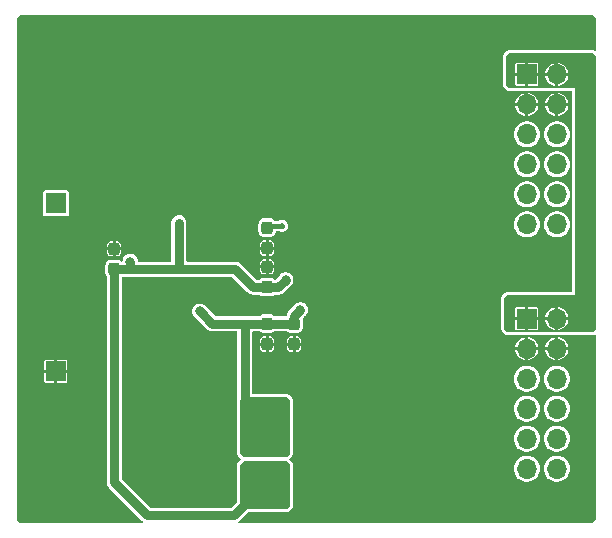
<source format=gbr>
G04 #@! TF.GenerationSoftware,KiCad,Pcbnew,7.0.6*
G04 #@! TF.CreationDate,2023-08-06T21:35:14+02:00*
G04 #@! TF.ProjectId,AD9744_Test,41443937-3434-45f5-9465-73742e6b6963,rev?*
G04 #@! TF.SameCoordinates,Original*
G04 #@! TF.FileFunction,Copper,L2,Bot*
G04 #@! TF.FilePolarity,Positive*
%FSLAX46Y46*%
G04 Gerber Fmt 4.6, Leading zero omitted, Abs format (unit mm)*
G04 Created by KiCad (PCBNEW 7.0.6) date 2023-08-06 21:35:14*
%MOMM*%
%LPD*%
G01*
G04 APERTURE LIST*
G04 Aperture macros list*
%AMRoundRect*
0 Rectangle with rounded corners*
0 $1 Rounding radius*
0 $2 $3 $4 $5 $6 $7 $8 $9 X,Y pos of 4 corners*
0 Add a 4 corners polygon primitive as box body*
4,1,4,$2,$3,$4,$5,$6,$7,$8,$9,$2,$3,0*
0 Add four circle primitives for the rounded corners*
1,1,$1+$1,$2,$3*
1,1,$1+$1,$4,$5*
1,1,$1+$1,$6,$7*
1,1,$1+$1,$8,$9*
0 Add four rect primitives between the rounded corners*
20,1,$1+$1,$2,$3,$4,$5,0*
20,1,$1+$1,$4,$5,$6,$7,0*
20,1,$1+$1,$6,$7,$8,$9,0*
20,1,$1+$1,$8,$9,$2,$3,0*%
G04 Aperture macros list end*
G04 #@! TA.AperFunction,ComponentPad*
%ADD10R,1.700000X1.700000*%
G04 #@! TD*
G04 #@! TA.AperFunction,ComponentPad*
%ADD11O,1.700000X1.700000*%
G04 #@! TD*
G04 #@! TA.AperFunction,SMDPad,CuDef*
%ADD12RoundRect,0.237500X0.237500X-0.300000X0.237500X0.300000X-0.237500X0.300000X-0.237500X-0.300000X0*%
G04 #@! TD*
G04 #@! TA.AperFunction,SMDPad,CuDef*
%ADD13RoundRect,0.237500X-0.237500X0.300000X-0.237500X-0.300000X0.237500X-0.300000X0.237500X0.300000X0*%
G04 #@! TD*
G04 #@! TA.AperFunction,ViaPad*
%ADD14C,0.800000*%
G04 #@! TD*
G04 #@! TA.AperFunction,ViaPad*
%ADD15C,0.500000*%
G04 #@! TD*
G04 #@! TA.AperFunction,Conductor*
%ADD16C,0.762000*%
G04 #@! TD*
G04 #@! TA.AperFunction,Conductor*
%ADD17C,0.381000*%
G04 #@! TD*
G04 APERTURE END LIST*
D10*
G04 #@! TO.P,J3,1,Pin_1*
G04 #@! TO.N,Net-(J3-Pin_1)*
X114300000Y-91440000D03*
G04 #@! TD*
G04 #@! TO.P,J4,1,Pin_1*
G04 #@! TO.N,GND*
X114300000Y-105664000D03*
G04 #@! TD*
G04 #@! TO.P,J1,1,Pin_1*
G04 #@! TO.N,+3.3V*
X154178000Y-80518000D03*
D11*
G04 #@! TO.P,J1,2,Pin_2*
X156718000Y-80518000D03*
G04 #@! TO.P,J1,3,Pin_3*
G04 #@! TO.N,GND*
X154178000Y-83058000D03*
G04 #@! TO.P,J1,4,Pin_4*
X156718000Y-83058000D03*
G04 #@! TO.P,J1,5,Pin_5*
G04 #@! TO.N,/WFD1*
X154178000Y-85598000D03*
G04 #@! TO.P,J1,6,Pin_6*
G04 #@! TO.N,/WFD0*
X156718000Y-85598000D03*
G04 #@! TO.P,J1,7,Pin_7*
G04 #@! TO.N,/WFD3*
X154178000Y-88138000D03*
G04 #@! TO.P,J1,8,Pin_8*
G04 #@! TO.N,/WFD2*
X156718000Y-88138000D03*
G04 #@! TO.P,J1,9,Pin_9*
G04 #@! TO.N,/WFD5*
X154178000Y-90678000D03*
G04 #@! TO.P,J1,10,Pin_10*
G04 #@! TO.N,/WFD4*
X156718000Y-90678000D03*
G04 #@! TO.P,J1,11,Pin_11*
G04 #@! TO.N,/WFD7*
X154178000Y-93218000D03*
G04 #@! TO.P,J1,12,Pin_12*
G04 #@! TO.N,/WFD6*
X156718000Y-93218000D03*
G04 #@! TD*
D10*
G04 #@! TO.P,J2,1,Pin_1*
G04 #@! TO.N,+3.3V*
X154178000Y-101208000D03*
D11*
G04 #@! TO.P,J2,2,Pin_2*
X156718000Y-101208000D03*
G04 #@! TO.P,J2,3,Pin_3*
G04 #@! TO.N,GND*
X154178000Y-103748000D03*
G04 #@! TO.P,J2,4,Pin_4*
X156718000Y-103748000D03*
G04 #@! TO.P,J2,5,Pin_5*
G04 #@! TO.N,/WFD8*
X154178000Y-106288000D03*
G04 #@! TO.P,J2,6,Pin_6*
G04 #@! TO.N,/WFD9*
X156718000Y-106288000D03*
G04 #@! TO.P,J2,7,Pin_7*
G04 #@! TO.N,/WFD10*
X154178000Y-108828000D03*
G04 #@! TO.P,J2,8,Pin_8*
G04 #@! TO.N,/WFD11*
X156718000Y-108828000D03*
G04 #@! TO.P,J2,9,Pin_9*
G04 #@! TO.N,/WFD12*
X154178000Y-111368000D03*
G04 #@! TO.P,J2,10,Pin_10*
G04 #@! TO.N,/WFD13*
X156718000Y-111368000D03*
G04 #@! TO.P,J2,11,Pin_11*
G04 #@! TO.N,/WFCLK*
X154178000Y-113908000D03*
G04 #@! TO.P,J2,12,Pin_12*
G04 #@! TO.N,unconnected-(J2-Pin_12-Pad12)*
X156718000Y-113908000D03*
G04 #@! TD*
D12*
G04 #@! TO.P,C5,1*
G04 #@! TO.N,VDD*
X132183500Y-98525500D03*
G04 #@! TO.P,C5,2*
G04 #@! TO.N,GND*
X132183500Y-96800500D03*
G04 #@! TD*
D13*
G04 #@! TO.P,C7,1*
G04 #@! TO.N,Net-(U1-REFIO)*
X132183500Y-93498500D03*
G04 #@! TO.P,C7,2*
G04 #@! TO.N,GND*
X132183500Y-95223500D03*
G04 #@! TD*
D12*
G04 #@! TO.P,C8,1*
G04 #@! TO.N,VDD*
X119229500Y-97001500D03*
G04 #@! TO.P,C8,2*
G04 #@! TO.N,GND*
X119229500Y-95276500D03*
G04 #@! TD*
D13*
G04 #@! TO.P,C2,1*
G04 #@! TO.N,/D3V3*
X132183500Y-101626500D03*
G04 #@! TO.P,C2,2*
G04 #@! TO.N,GND*
X132183500Y-103351500D03*
G04 #@! TD*
G04 #@! TO.P,C1,1*
G04 #@! TO.N,/D3V3*
X134469500Y-101626500D03*
G04 #@! TO.P,C1,2*
G04 #@! TO.N,GND*
X134469500Y-103351500D03*
G04 #@! TD*
D14*
G04 #@! TO.N,VDD*
X133758300Y-97917000D03*
D15*
X124714000Y-93067500D03*
D14*
X130683000Y-116459000D03*
X130683000Y-114046000D03*
X120601100Y-96367600D03*
X130683000Y-115189000D03*
G04 #@! TO.N,GND*
X135180700Y-97942400D03*
X126087500Y-98679000D03*
X117451500Y-92329000D03*
X137287000Y-106045000D03*
X128397000Y-116459000D03*
X133961500Y-95250000D03*
X136271000Y-84074000D03*
X126087500Y-91821000D03*
X128397000Y-115189000D03*
X128397000Y-108966000D03*
X128397000Y-110109000D03*
X128397000Y-114046000D03*
X125960500Y-94234000D03*
X128397000Y-111252000D03*
G04 #@! TO.N,/D3V3*
X135001000Y-100457000D03*
X130683000Y-111252000D03*
X130683000Y-110109000D03*
X130683000Y-108966000D03*
X126492000Y-100584000D03*
D15*
G04 #@! TO.N,Net-(U1-REFIO)*
X133453500Y-93345000D03*
G04 #@! TD*
D16*
G04 #@! TO.N,VDD*
X124714000Y-93067500D02*
X124714000Y-96874500D01*
X119229500Y-97001500D02*
X120523000Y-97001500D01*
X131014000Y-98525500D02*
X132183500Y-98525500D01*
X124841000Y-97001500D02*
X129490000Y-97001500D01*
X129413000Y-117856000D02*
X122047000Y-117856000D01*
X119229500Y-115038500D02*
X119229500Y-97001500D01*
X120601100Y-96923400D02*
X120523000Y-97001500D01*
X129490000Y-97001500D02*
X131014000Y-98525500D01*
X133758300Y-97917000D02*
X133149800Y-98525500D01*
X133149800Y-98525500D02*
X132183500Y-98525500D01*
X124714000Y-96874500D02*
X124841000Y-97001500D01*
X122047000Y-117856000D02*
X119229500Y-115038500D01*
X120523000Y-97001500D02*
X124841000Y-97001500D01*
X130683000Y-116586000D02*
X129413000Y-117856000D01*
X130683000Y-116459000D02*
X130683000Y-116586000D01*
X120601100Y-96367600D02*
X120601100Y-96923400D01*
G04 #@! TO.N,/D3V3*
X135001000Y-100457000D02*
X134469500Y-100988500D01*
X134469500Y-101626500D02*
X132183500Y-101626500D01*
X127534500Y-101626500D02*
X126492000Y-100584000D01*
X130302000Y-101626500D02*
X132183500Y-101626500D01*
X130302000Y-108585000D02*
X130302000Y-101626500D01*
X134469500Y-100988500D02*
X134469500Y-101626500D01*
X130683000Y-108966000D02*
X130302000Y-108585000D01*
X130302000Y-101626500D02*
X127534500Y-101626500D01*
D17*
G04 #@! TO.N,Net-(U1-REFIO)*
X133453500Y-93345000D02*
X132337000Y-93345000D01*
X132337000Y-93345000D02*
X132183500Y-93498500D01*
G04 #@! TD*
G04 #@! TA.AperFunction,Conductor*
G04 #@! TO.N,GND*
G36*
X159764306Y-75518306D02*
G01*
X159981694Y-75735694D01*
X160000000Y-75779888D01*
X160000000Y-78479397D01*
X159981694Y-78523591D01*
X159937500Y-78541897D01*
X159902778Y-78531365D01*
X159883613Y-78518560D01*
X159883611Y-78518559D01*
X159875542Y-78515216D01*
X159840831Y-78500839D01*
X159839719Y-78500313D01*
X159839418Y-78500253D01*
X159740112Y-78480500D01*
X152679887Y-78480500D01*
X152663411Y-78483777D01*
X152580581Y-78500253D01*
X152536389Y-78518559D01*
X152536385Y-78518561D01*
X152452200Y-78574811D01*
X152234811Y-78792200D01*
X152178561Y-78876385D01*
X152178560Y-78876385D01*
X152160845Y-78919154D01*
X152160314Y-78920276D01*
X152140500Y-79019887D01*
X152140500Y-81381111D01*
X152140499Y-81381111D01*
X152160253Y-81480417D01*
X152173196Y-81511664D01*
X152178560Y-81524612D01*
X152234811Y-81608799D01*
X152452199Y-81826188D01*
X152536387Y-81882440D01*
X152579160Y-81900157D01*
X152580278Y-81900686D01*
X152580581Y-81900746D01*
X152580582Y-81900747D01*
X152679888Y-81920500D01*
X157920000Y-81920500D01*
X157964194Y-81938806D01*
X157982500Y-81983000D01*
X157982500Y-98865000D01*
X157964194Y-98909194D01*
X157920000Y-98927500D01*
X152552887Y-98927500D01*
X152536411Y-98930777D01*
X152453581Y-98947253D01*
X152409389Y-98965559D01*
X152409385Y-98965561D01*
X152325200Y-99021811D01*
X152107811Y-99239200D01*
X152051561Y-99323385D01*
X152051560Y-99323385D01*
X152033845Y-99366154D01*
X152033314Y-99367276D01*
X152013500Y-99466887D01*
X152013500Y-102082112D01*
X152013499Y-102082112D01*
X152033253Y-102181418D01*
X152039809Y-102197245D01*
X152051560Y-102225613D01*
X152067512Y-102249487D01*
X152086546Y-102277974D01*
X152107812Y-102309800D01*
X152325200Y-102527188D01*
X152409387Y-102583440D01*
X152452160Y-102601157D01*
X152453278Y-102601686D01*
X152453581Y-102601746D01*
X152453582Y-102601747D01*
X152552888Y-102621500D01*
X159740112Y-102621500D01*
X159740113Y-102621500D01*
X159839419Y-102601746D01*
X159883613Y-102583440D01*
X159902777Y-102570634D01*
X159949693Y-102561303D01*
X159989467Y-102587879D01*
X160000000Y-102622602D01*
X160000000Y-118220111D01*
X159981694Y-118264305D01*
X159764306Y-118481694D01*
X159720112Y-118500000D01*
X129800941Y-118500000D01*
X129756747Y-118481694D01*
X129738441Y-118437500D01*
X129756747Y-118393306D01*
X129769126Y-118383703D01*
X129770770Y-118382731D01*
X129805598Y-118362134D01*
X129823521Y-118344209D01*
X129830976Y-118337843D01*
X129851487Y-118322942D01*
X129851489Y-118322938D01*
X129851492Y-118322937D01*
X129866715Y-118304533D01*
X129882631Y-118285293D01*
X129884594Y-118283136D01*
X130541925Y-117625806D01*
X130586120Y-117607500D01*
X133832112Y-117607500D01*
X133832113Y-117607500D01*
X133931419Y-117587746D01*
X133975613Y-117569440D01*
X134059801Y-117513188D01*
X134277189Y-117295799D01*
X134333440Y-117211612D01*
X134351164Y-117168822D01*
X134351687Y-117167717D01*
X134351747Y-117167417D01*
X134371500Y-117068111D01*
X134371500Y-113908004D01*
X153068768Y-113908004D01*
X153087653Y-114111813D01*
X153087655Y-114111825D01*
X153143672Y-114308700D01*
X153143672Y-114308701D01*
X153234912Y-114491935D01*
X153234913Y-114491936D01*
X153234915Y-114491940D01*
X153358259Y-114655275D01*
X153358264Y-114655280D01*
X153358268Y-114655285D01*
X153460870Y-114748819D01*
X153509533Y-114793182D01*
X153509534Y-114793183D01*
X153509538Y-114793186D01*
X153683573Y-114900944D01*
X153874444Y-114974888D01*
X154075653Y-115012500D01*
X154075656Y-115012500D01*
X154280344Y-115012500D01*
X154280347Y-115012500D01*
X154481556Y-114974888D01*
X154672427Y-114900944D01*
X154846462Y-114793186D01*
X154997732Y-114655285D01*
X155121088Y-114491935D01*
X155212328Y-114308701D01*
X155268345Y-114111821D01*
X155287232Y-113908004D01*
X155608768Y-113908004D01*
X155627653Y-114111813D01*
X155627655Y-114111825D01*
X155683671Y-114308700D01*
X155683672Y-114308701D01*
X155774912Y-114491935D01*
X155774913Y-114491936D01*
X155774915Y-114491940D01*
X155898259Y-114655275D01*
X155898264Y-114655280D01*
X155898268Y-114655285D01*
X156000870Y-114748819D01*
X156049533Y-114793182D01*
X156049534Y-114793183D01*
X156049538Y-114793186D01*
X156223573Y-114900944D01*
X156414444Y-114974888D01*
X156615653Y-115012500D01*
X156615656Y-115012500D01*
X156820344Y-115012500D01*
X156820347Y-115012500D01*
X157021556Y-114974888D01*
X157212427Y-114900944D01*
X157386462Y-114793186D01*
X157537732Y-114655285D01*
X157661088Y-114491935D01*
X157752328Y-114308701D01*
X157808345Y-114111821D01*
X157827232Y-113908000D01*
X157808345Y-113704179D01*
X157752328Y-113507299D01*
X157661088Y-113324065D01*
X157661085Y-113324061D01*
X157661084Y-113324059D01*
X157537740Y-113160724D01*
X157537735Y-113160719D01*
X157537732Y-113160715D01*
X157436235Y-113068188D01*
X157386466Y-113022817D01*
X157386463Y-113022815D01*
X157386462Y-113022814D01*
X157212427Y-112915056D01*
X157212425Y-112915055D01*
X157156948Y-112893563D01*
X157021556Y-112841112D01*
X157021553Y-112841111D01*
X157021552Y-112841111D01*
X156820351Y-112803500D01*
X156820347Y-112803500D01*
X156615653Y-112803500D01*
X156615648Y-112803500D01*
X156414447Y-112841111D01*
X156414444Y-112841111D01*
X156414444Y-112841112D01*
X156389434Y-112850801D01*
X156223574Y-112915055D01*
X156049533Y-113022817D01*
X155898266Y-113160717D01*
X155898259Y-113160724D01*
X155774915Y-113324059D01*
X155774912Y-113324065D01*
X155683672Y-113507298D01*
X155627655Y-113704174D01*
X155627653Y-113704186D01*
X155608768Y-113907995D01*
X155608768Y-113908004D01*
X155287232Y-113908004D01*
X155287232Y-113908000D01*
X155268345Y-113704179D01*
X155212328Y-113507299D01*
X155121088Y-113324065D01*
X155121085Y-113324061D01*
X155121084Y-113324059D01*
X154997740Y-113160724D01*
X154997735Y-113160719D01*
X154997732Y-113160715D01*
X154896235Y-113068188D01*
X154846466Y-113022817D01*
X154846463Y-113022815D01*
X154846462Y-113022814D01*
X154672427Y-112915056D01*
X154672425Y-112915055D01*
X154616948Y-112893563D01*
X154481556Y-112841112D01*
X154481553Y-112841111D01*
X154481552Y-112841111D01*
X154280351Y-112803500D01*
X154280347Y-112803500D01*
X154075653Y-112803500D01*
X154075648Y-112803500D01*
X153874447Y-112841111D01*
X153874444Y-112841111D01*
X153874444Y-112841112D01*
X153849434Y-112850801D01*
X153683574Y-112915055D01*
X153509533Y-113022817D01*
X153358266Y-113160717D01*
X153358259Y-113160724D01*
X153234915Y-113324059D01*
X153234912Y-113324065D01*
X153143672Y-113507298D01*
X153087655Y-113704174D01*
X153087653Y-113704186D01*
X153068768Y-113907995D01*
X153068768Y-113908004D01*
X134371500Y-113908004D01*
X134371500Y-113563884D01*
X134351745Y-113464578D01*
X134333439Y-113420385D01*
X134277188Y-113336200D01*
X134078682Y-113137694D01*
X134060376Y-113093500D01*
X134078681Y-113049307D01*
X134277188Y-112850800D01*
X134333439Y-112766613D01*
X134351163Y-112723823D01*
X134351686Y-112722718D01*
X134351746Y-112722418D01*
X134371499Y-112623112D01*
X134371499Y-111368004D01*
X153068768Y-111368004D01*
X153087653Y-111571813D01*
X153087655Y-111571825D01*
X153143672Y-111768700D01*
X153143672Y-111768701D01*
X153234912Y-111951935D01*
X153234913Y-111951936D01*
X153234915Y-111951940D01*
X153358259Y-112115275D01*
X153358264Y-112115280D01*
X153358268Y-112115285D01*
X153460870Y-112208819D01*
X153509533Y-112253182D01*
X153509534Y-112253183D01*
X153509538Y-112253186D01*
X153683573Y-112360944D01*
X153874444Y-112434888D01*
X154075653Y-112472500D01*
X154075656Y-112472500D01*
X154280344Y-112472500D01*
X154280347Y-112472500D01*
X154481556Y-112434888D01*
X154672427Y-112360944D01*
X154846462Y-112253186D01*
X154997732Y-112115285D01*
X155121088Y-111951935D01*
X155212328Y-111768701D01*
X155268345Y-111571821D01*
X155287232Y-111368004D01*
X155608768Y-111368004D01*
X155627653Y-111571813D01*
X155627655Y-111571825D01*
X155683671Y-111768700D01*
X155683672Y-111768701D01*
X155774912Y-111951935D01*
X155774913Y-111951936D01*
X155774915Y-111951940D01*
X155898259Y-112115275D01*
X155898264Y-112115280D01*
X155898268Y-112115285D01*
X156000870Y-112208819D01*
X156049533Y-112253182D01*
X156049534Y-112253183D01*
X156049538Y-112253186D01*
X156223573Y-112360944D01*
X156414444Y-112434888D01*
X156615653Y-112472500D01*
X156615656Y-112472500D01*
X156820344Y-112472500D01*
X156820347Y-112472500D01*
X157021556Y-112434888D01*
X157212427Y-112360944D01*
X157386462Y-112253186D01*
X157537732Y-112115285D01*
X157661088Y-111951935D01*
X157752328Y-111768701D01*
X157808345Y-111571821D01*
X157827232Y-111368000D01*
X157808345Y-111164179D01*
X157752328Y-110967299D01*
X157661088Y-110784065D01*
X157661085Y-110784061D01*
X157661084Y-110784059D01*
X157537740Y-110620724D01*
X157537735Y-110620719D01*
X157537732Y-110620715D01*
X157442834Y-110534204D01*
X157386466Y-110482817D01*
X157386463Y-110482815D01*
X157386462Y-110482814D01*
X157212427Y-110375056D01*
X157212425Y-110375055D01*
X157156948Y-110353563D01*
X157021556Y-110301112D01*
X157021553Y-110301111D01*
X157021552Y-110301111D01*
X156820351Y-110263500D01*
X156820347Y-110263500D01*
X156615653Y-110263500D01*
X156615648Y-110263500D01*
X156414447Y-110301111D01*
X156223574Y-110375055D01*
X156049533Y-110482817D01*
X155898266Y-110620717D01*
X155898259Y-110620724D01*
X155774915Y-110784059D01*
X155774912Y-110784065D01*
X155683672Y-110967298D01*
X155627655Y-111164174D01*
X155627653Y-111164186D01*
X155608768Y-111367995D01*
X155608768Y-111368004D01*
X155287232Y-111368004D01*
X155287232Y-111368000D01*
X155268345Y-111164179D01*
X155212328Y-110967299D01*
X155121088Y-110784065D01*
X155121085Y-110784061D01*
X155121084Y-110784059D01*
X154997740Y-110620724D01*
X154997735Y-110620719D01*
X154997732Y-110620715D01*
X154902834Y-110534204D01*
X154846466Y-110482817D01*
X154846463Y-110482815D01*
X154846462Y-110482814D01*
X154672427Y-110375056D01*
X154672425Y-110375055D01*
X154616948Y-110353563D01*
X154481556Y-110301112D01*
X154481553Y-110301111D01*
X154481552Y-110301111D01*
X154280351Y-110263500D01*
X154280347Y-110263500D01*
X154075653Y-110263500D01*
X154075648Y-110263500D01*
X153874447Y-110301111D01*
X153683574Y-110375055D01*
X153509533Y-110482817D01*
X153358266Y-110620717D01*
X153358259Y-110620724D01*
X153234915Y-110784059D01*
X153234912Y-110784065D01*
X153143672Y-110967298D01*
X153087655Y-111164174D01*
X153087653Y-111164186D01*
X153068768Y-111367995D01*
X153068768Y-111368004D01*
X134371499Y-111368004D01*
X134371499Y-108828004D01*
X153068768Y-108828004D01*
X153087653Y-109031813D01*
X153087655Y-109031825D01*
X153143672Y-109228700D01*
X153143672Y-109228701D01*
X153234912Y-109411935D01*
X153234913Y-109411936D01*
X153234915Y-109411940D01*
X153358259Y-109575275D01*
X153358264Y-109575280D01*
X153358268Y-109575285D01*
X153460870Y-109668819D01*
X153509533Y-109713182D01*
X153509534Y-109713183D01*
X153509538Y-109713186D01*
X153683573Y-109820944D01*
X153874444Y-109894888D01*
X154075653Y-109932500D01*
X154075656Y-109932500D01*
X154280344Y-109932500D01*
X154280347Y-109932500D01*
X154481556Y-109894888D01*
X154672427Y-109820944D01*
X154846462Y-109713186D01*
X154997732Y-109575285D01*
X155121088Y-109411935D01*
X155212328Y-109228701D01*
X155268345Y-109031821D01*
X155287232Y-108828004D01*
X155608768Y-108828004D01*
X155627653Y-109031813D01*
X155627655Y-109031825D01*
X155683672Y-109228700D01*
X155683672Y-109228701D01*
X155774912Y-109411935D01*
X155774913Y-109411936D01*
X155774915Y-109411940D01*
X155898259Y-109575275D01*
X155898264Y-109575280D01*
X155898268Y-109575285D01*
X156000870Y-109668819D01*
X156049533Y-109713182D01*
X156049534Y-109713183D01*
X156049538Y-109713186D01*
X156223573Y-109820944D01*
X156414444Y-109894888D01*
X156615653Y-109932500D01*
X156615656Y-109932500D01*
X156820344Y-109932500D01*
X156820347Y-109932500D01*
X157021556Y-109894888D01*
X157212427Y-109820944D01*
X157386462Y-109713186D01*
X157537732Y-109575285D01*
X157661088Y-109411935D01*
X157752328Y-109228701D01*
X157808345Y-109031821D01*
X157827232Y-108828000D01*
X157808345Y-108624179D01*
X157752328Y-108427299D01*
X157661088Y-108244065D01*
X157661085Y-108244061D01*
X157661084Y-108244059D01*
X157537740Y-108080724D01*
X157537735Y-108080719D01*
X157537732Y-108080715D01*
X157404641Y-107959386D01*
X157386466Y-107942817D01*
X157386463Y-107942815D01*
X157386462Y-107942814D01*
X157212427Y-107835056D01*
X157212425Y-107835055D01*
X157156948Y-107813563D01*
X157021556Y-107761112D01*
X157021553Y-107761111D01*
X157021552Y-107761111D01*
X156820351Y-107723500D01*
X156820347Y-107723500D01*
X156615653Y-107723500D01*
X156615648Y-107723500D01*
X156414447Y-107761111D01*
X156223574Y-107835055D01*
X156049533Y-107942817D01*
X155913677Y-108066667D01*
X155901520Y-108077751D01*
X155898266Y-108080717D01*
X155898259Y-108080724D01*
X155774915Y-108244059D01*
X155774912Y-108244065D01*
X155683672Y-108427298D01*
X155627655Y-108624174D01*
X155627653Y-108624186D01*
X155608768Y-108827995D01*
X155608768Y-108828004D01*
X155287232Y-108828004D01*
X155287232Y-108828000D01*
X155268345Y-108624179D01*
X155212328Y-108427299D01*
X155121088Y-108244065D01*
X155121085Y-108244061D01*
X155121084Y-108244059D01*
X154997740Y-108080724D01*
X154997735Y-108080719D01*
X154997732Y-108080715D01*
X154864641Y-107959386D01*
X154846466Y-107942817D01*
X154846463Y-107942815D01*
X154846462Y-107942814D01*
X154672427Y-107835056D01*
X154672425Y-107835055D01*
X154616948Y-107813563D01*
X154481556Y-107761112D01*
X154481553Y-107761111D01*
X154481552Y-107761111D01*
X154280351Y-107723500D01*
X154280347Y-107723500D01*
X154075653Y-107723500D01*
X154075648Y-107723500D01*
X153874447Y-107761111D01*
X153683574Y-107835055D01*
X153509533Y-107942817D01*
X153373677Y-108066667D01*
X153361520Y-108077751D01*
X153358266Y-108080717D01*
X153358259Y-108080724D01*
X153234915Y-108244059D01*
X153234912Y-108244065D01*
X153143672Y-108427298D01*
X153087655Y-108624174D01*
X153087653Y-108624186D01*
X153068768Y-108827995D01*
X153068768Y-108828004D01*
X134371499Y-108828004D01*
X134371499Y-108102886D01*
X134351745Y-108003580D01*
X134333439Y-107959386D01*
X134277187Y-107875199D01*
X134059800Y-107657812D01*
X133975613Y-107601560D01*
X133932831Y-107583839D01*
X133931719Y-107583313D01*
X133931418Y-107583253D01*
X133832112Y-107563500D01*
X131000000Y-107563500D01*
X130955806Y-107545194D01*
X130937500Y-107501000D01*
X130937500Y-106288004D01*
X153068768Y-106288004D01*
X153087653Y-106491813D01*
X153087655Y-106491825D01*
X153128003Y-106633630D01*
X153143672Y-106688701D01*
X153234912Y-106871935D01*
X153234913Y-106871936D01*
X153234915Y-106871940D01*
X153358259Y-107035275D01*
X153358264Y-107035280D01*
X153358268Y-107035285D01*
X153460870Y-107128819D01*
X153509533Y-107173182D01*
X153509534Y-107173183D01*
X153509538Y-107173186D01*
X153683573Y-107280944D01*
X153874444Y-107354888D01*
X154075653Y-107392500D01*
X154075656Y-107392500D01*
X154280344Y-107392500D01*
X154280347Y-107392500D01*
X154481556Y-107354888D01*
X154672427Y-107280944D01*
X154846462Y-107173186D01*
X154997732Y-107035285D01*
X155121088Y-106871935D01*
X155212328Y-106688701D01*
X155268345Y-106491821D01*
X155287232Y-106288004D01*
X155608768Y-106288004D01*
X155627653Y-106491813D01*
X155627655Y-106491825D01*
X155668003Y-106633630D01*
X155683672Y-106688701D01*
X155774912Y-106871935D01*
X155774913Y-106871936D01*
X155774915Y-106871940D01*
X155898259Y-107035275D01*
X155898264Y-107035280D01*
X155898268Y-107035285D01*
X156000870Y-107128819D01*
X156049533Y-107173182D01*
X156049534Y-107173183D01*
X156049538Y-107173186D01*
X156223573Y-107280944D01*
X156414444Y-107354888D01*
X156615653Y-107392500D01*
X156615656Y-107392500D01*
X156820344Y-107392500D01*
X156820347Y-107392500D01*
X157021556Y-107354888D01*
X157212427Y-107280944D01*
X157386462Y-107173186D01*
X157537732Y-107035285D01*
X157661088Y-106871935D01*
X157752328Y-106688701D01*
X157808345Y-106491821D01*
X157827232Y-106288000D01*
X157808787Y-106088952D01*
X157808346Y-106084186D01*
X157808344Y-106084174D01*
X157782914Y-105994798D01*
X157752328Y-105887299D01*
X157661088Y-105704065D01*
X157661085Y-105704061D01*
X157661084Y-105704059D01*
X157537740Y-105540724D01*
X157537735Y-105540719D01*
X157537732Y-105540715D01*
X157442781Y-105454156D01*
X157386466Y-105402817D01*
X157386463Y-105402815D01*
X157386462Y-105402814D01*
X157212427Y-105295056D01*
X157212425Y-105295055D01*
X157156948Y-105273563D01*
X157021556Y-105221112D01*
X157021553Y-105221111D01*
X157021552Y-105221111D01*
X156820351Y-105183500D01*
X156820347Y-105183500D01*
X156615653Y-105183500D01*
X156615648Y-105183500D01*
X156414447Y-105221111D01*
X156223574Y-105295055D01*
X156049533Y-105402817D01*
X155898266Y-105540717D01*
X155898259Y-105540724D01*
X155774915Y-105704059D01*
X155774912Y-105704065D01*
X155683672Y-105887298D01*
X155627655Y-106084174D01*
X155627653Y-106084186D01*
X155608768Y-106287995D01*
X155608768Y-106288004D01*
X155287232Y-106288004D01*
X155287232Y-106288000D01*
X155268787Y-106088952D01*
X155268346Y-106084186D01*
X155268344Y-106084174D01*
X155242914Y-105994798D01*
X155212328Y-105887299D01*
X155121088Y-105704065D01*
X155121085Y-105704061D01*
X155121084Y-105704059D01*
X154997740Y-105540724D01*
X154997735Y-105540719D01*
X154997732Y-105540715D01*
X154902781Y-105454156D01*
X154846466Y-105402817D01*
X154846463Y-105402815D01*
X154846462Y-105402814D01*
X154672427Y-105295056D01*
X154672425Y-105295055D01*
X154616948Y-105273563D01*
X154481556Y-105221112D01*
X154481553Y-105221111D01*
X154481552Y-105221111D01*
X154280351Y-105183500D01*
X154280347Y-105183500D01*
X154075653Y-105183500D01*
X154075648Y-105183500D01*
X153874447Y-105221111D01*
X153683574Y-105295055D01*
X153509533Y-105402817D01*
X153358266Y-105540717D01*
X153358259Y-105540724D01*
X153234915Y-105704059D01*
X153234912Y-105704065D01*
X153143672Y-105887298D01*
X153087655Y-106084174D01*
X153087653Y-106084186D01*
X153068768Y-106287995D01*
X153068768Y-106288004D01*
X130937500Y-106288004D01*
X130937500Y-103478500D01*
X131581500Y-103478500D01*
X131581500Y-103686091D01*
X131591823Y-103756942D01*
X131645250Y-103866231D01*
X131731268Y-103952249D01*
X131840557Y-104005676D01*
X131911409Y-104016000D01*
X132056499Y-104016000D01*
X132056500Y-103478500D01*
X132310500Y-103478500D01*
X132310500Y-104016000D01*
X132455591Y-104016000D01*
X132526442Y-104005676D01*
X132635731Y-103952249D01*
X132721749Y-103866231D01*
X132775176Y-103756942D01*
X132785500Y-103686091D01*
X132785500Y-103478500D01*
X133867500Y-103478500D01*
X133867500Y-103686091D01*
X133877823Y-103756942D01*
X133931250Y-103866231D01*
X134017268Y-103952249D01*
X134126557Y-104005676D01*
X134197409Y-104016000D01*
X134342500Y-104016000D01*
X134342500Y-103478500D01*
X134596500Y-103478500D01*
X134596500Y-104016000D01*
X134741591Y-104016000D01*
X134812442Y-104005676D01*
X134921731Y-103952249D01*
X134998980Y-103875000D01*
X153208782Y-103875000D01*
X153215136Y-103939523D01*
X153271004Y-104123692D01*
X153361720Y-104293412D01*
X153361728Y-104293423D01*
X153483812Y-104442184D01*
X153483815Y-104442187D01*
X153632576Y-104564271D01*
X153632587Y-104564279D01*
X153802307Y-104654995D01*
X153986476Y-104710863D01*
X154051000Y-104717217D01*
X154051000Y-104234881D01*
X154142237Y-104248000D01*
X154213763Y-104248000D01*
X154305000Y-104234881D01*
X154305000Y-104717217D01*
X154369523Y-104710863D01*
X154553692Y-104654995D01*
X154723412Y-104564279D01*
X154723423Y-104564271D01*
X154872184Y-104442187D01*
X154872187Y-104442184D01*
X154994271Y-104293423D01*
X154994279Y-104293412D01*
X155084995Y-104123692D01*
X155140863Y-103939523D01*
X155147218Y-103875000D01*
X155748782Y-103875000D01*
X155755136Y-103939523D01*
X155811004Y-104123692D01*
X155901720Y-104293412D01*
X155901728Y-104293423D01*
X156023812Y-104442184D01*
X156023815Y-104442187D01*
X156172576Y-104564271D01*
X156172587Y-104564279D01*
X156342307Y-104654995D01*
X156526476Y-104710863D01*
X156591000Y-104717217D01*
X156591000Y-104234881D01*
X156682237Y-104248000D01*
X156753763Y-104248000D01*
X156845000Y-104234881D01*
X156845000Y-104717217D01*
X156909523Y-104710863D01*
X157093692Y-104654995D01*
X157263412Y-104564279D01*
X157263423Y-104564271D01*
X157412184Y-104442187D01*
X157412187Y-104442184D01*
X157534271Y-104293423D01*
X157534279Y-104293412D01*
X157624995Y-104123692D01*
X157680863Y-103939523D01*
X157687218Y-103875000D01*
X157201818Y-103875000D01*
X157218000Y-103819889D01*
X157218000Y-103676111D01*
X157201818Y-103621000D01*
X157687217Y-103621000D01*
X157680863Y-103556476D01*
X157624995Y-103372307D01*
X157534279Y-103202587D01*
X157534271Y-103202576D01*
X157412187Y-103053815D01*
X157412184Y-103053812D01*
X157263423Y-102931728D01*
X157263412Y-102931720D01*
X157093692Y-102841004D01*
X156909524Y-102785136D01*
X156845000Y-102778780D01*
X156845000Y-103261118D01*
X156753763Y-103248000D01*
X156682237Y-103248000D01*
X156591000Y-103261118D01*
X156591000Y-102778780D01*
X156590999Y-102778780D01*
X156526475Y-102785136D01*
X156342307Y-102841004D01*
X156172587Y-102931720D01*
X156172576Y-102931728D01*
X156023815Y-103053812D01*
X156023812Y-103053815D01*
X155901728Y-103202576D01*
X155901720Y-103202587D01*
X155811004Y-103372307D01*
X155755136Y-103556476D01*
X155748782Y-103621000D01*
X156234182Y-103621000D01*
X156218000Y-103676111D01*
X156218000Y-103819889D01*
X156234182Y-103875000D01*
X155748782Y-103875000D01*
X155147218Y-103875000D01*
X154661818Y-103875000D01*
X154678000Y-103819889D01*
X154678000Y-103676111D01*
X154661818Y-103621000D01*
X155147217Y-103621000D01*
X155140863Y-103556476D01*
X155084995Y-103372307D01*
X154994279Y-103202587D01*
X154994271Y-103202576D01*
X154872187Y-103053815D01*
X154872184Y-103053812D01*
X154723423Y-102931728D01*
X154723412Y-102931720D01*
X154553692Y-102841004D01*
X154369524Y-102785136D01*
X154305000Y-102778780D01*
X154305000Y-103261118D01*
X154213763Y-103248000D01*
X154142237Y-103248000D01*
X154051000Y-103261118D01*
X154051000Y-102778781D01*
X154050999Y-102778780D01*
X153986475Y-102785136D01*
X153802307Y-102841004D01*
X153632587Y-102931720D01*
X153632576Y-102931728D01*
X153483815Y-103053812D01*
X153483812Y-103053815D01*
X153361728Y-103202576D01*
X153361720Y-103202587D01*
X153271004Y-103372307D01*
X153215136Y-103556476D01*
X153208782Y-103621000D01*
X153694182Y-103621000D01*
X153678000Y-103676111D01*
X153678000Y-103819889D01*
X153694182Y-103875000D01*
X153208782Y-103875000D01*
X134998980Y-103875000D01*
X135007749Y-103866231D01*
X135061176Y-103756942D01*
X135071500Y-103686091D01*
X135071500Y-103478500D01*
X134596500Y-103478500D01*
X134342500Y-103478500D01*
X133867500Y-103478500D01*
X132785500Y-103478500D01*
X132310500Y-103478500D01*
X132056500Y-103478500D01*
X131581500Y-103478500D01*
X130937500Y-103478500D01*
X130937500Y-103224500D01*
X131581500Y-103224500D01*
X132056500Y-103224500D01*
X132056499Y-103224499D01*
X132056500Y-102687000D01*
X132310500Y-102687000D01*
X132310500Y-103224500D01*
X132785500Y-103224500D01*
X133867500Y-103224500D01*
X134342500Y-103224500D01*
X134342500Y-102687000D01*
X134596500Y-102687000D01*
X134596500Y-103224500D01*
X135071500Y-103224500D01*
X135071500Y-103016908D01*
X135061176Y-102946057D01*
X135007749Y-102836768D01*
X134921731Y-102750750D01*
X134812442Y-102697323D01*
X134741591Y-102687000D01*
X134596500Y-102687000D01*
X134342500Y-102687000D01*
X134197409Y-102687000D01*
X134126557Y-102697323D01*
X134017268Y-102750750D01*
X133931250Y-102836768D01*
X133877823Y-102946057D01*
X133867500Y-103016908D01*
X133867500Y-103224500D01*
X132785500Y-103224500D01*
X132785500Y-103016908D01*
X132775176Y-102946057D01*
X132721749Y-102836768D01*
X132635731Y-102750750D01*
X132526442Y-102697323D01*
X132455591Y-102687000D01*
X132310500Y-102687000D01*
X132056500Y-102687000D01*
X131911409Y-102687000D01*
X131840557Y-102697323D01*
X131731268Y-102750750D01*
X131645250Y-102836768D01*
X131591823Y-102946057D01*
X131581500Y-103016908D01*
X131581500Y-103224500D01*
X130937500Y-103224500D01*
X130937500Y-102324500D01*
X130955806Y-102280306D01*
X131000000Y-102262000D01*
X131552664Y-102262000D01*
X131589483Y-102277251D01*
X131590948Y-102275295D01*
X131594525Y-102277972D01*
X131594526Y-102277974D01*
X131707785Y-102362758D01*
X131840343Y-102412200D01*
X131898943Y-102418500D01*
X132468056Y-102418499D01*
X132526657Y-102412200D01*
X132659215Y-102362758D01*
X132772474Y-102277974D01*
X132772474Y-102277972D01*
X132776052Y-102275295D01*
X132777516Y-102277251D01*
X132814336Y-102262000D01*
X133838664Y-102262000D01*
X133875483Y-102277251D01*
X133876948Y-102275295D01*
X133880525Y-102277972D01*
X133880526Y-102277974D01*
X133993785Y-102362758D01*
X134126343Y-102412200D01*
X134184943Y-102418500D01*
X134754056Y-102418499D01*
X134812657Y-102412200D01*
X134945215Y-102362758D01*
X135058474Y-102277974D01*
X135143258Y-102164715D01*
X135192700Y-102032157D01*
X135199000Y-101973557D01*
X135198999Y-101279444D01*
X135192700Y-101220843D01*
X135191305Y-101217103D01*
X135193007Y-101169299D01*
X135205665Y-101151065D01*
X135330092Y-101026639D01*
X135345233Y-101015498D01*
X135375529Y-100999599D01*
X135494498Y-100894201D01*
X135584787Y-100763395D01*
X135641149Y-100614782D01*
X135645941Y-100575318D01*
X135660307Y-100457003D01*
X135660307Y-100456996D01*
X135641150Y-100299225D01*
X135641148Y-100299214D01*
X135584787Y-100150605D01*
X135494500Y-100019801D01*
X135494496Y-100019797D01*
X135375531Y-99914402D01*
X135375529Y-99914400D01*
X135234794Y-99840537D01*
X135080474Y-99802500D01*
X135080471Y-99802500D01*
X134921529Y-99802500D01*
X134921525Y-99802500D01*
X134767205Y-99840537D01*
X134626470Y-99914400D01*
X134626468Y-99914402D01*
X134507503Y-100019797D01*
X134507496Y-100019805D01*
X134439494Y-100118323D01*
X134432252Y-100127013D01*
X134074621Y-100484644D01*
X134063926Y-100493214D01*
X134061199Y-100494945D01*
X134061198Y-100494945D01*
X134013073Y-100546192D01*
X133991866Y-100567400D01*
X133991855Y-100567412D01*
X133986621Y-100574159D01*
X133984711Y-100576395D01*
X133951284Y-100611991D01*
X133951279Y-100611998D01*
X133939070Y-100634206D01*
X133933688Y-100642400D01*
X133918150Y-100662431D01*
X133918149Y-100662433D01*
X133898756Y-100707249D01*
X133897460Y-100709894D01*
X133873929Y-100752698D01*
X133873929Y-100752700D01*
X133867627Y-100777245D01*
X133864452Y-100786522D01*
X133854382Y-100809792D01*
X133846744Y-100858019D01*
X133846147Y-100860902D01*
X133834000Y-100908216D01*
X133833999Y-100908221D01*
X133833999Y-100928503D01*
X133815691Y-100972696D01*
X133771499Y-100991000D01*
X132814336Y-100991000D01*
X132777516Y-100975748D01*
X132776052Y-100977705D01*
X132772474Y-100975027D01*
X132772474Y-100975026D01*
X132659215Y-100890242D01*
X132659213Y-100890241D01*
X132659211Y-100890240D01*
X132526658Y-100840800D01*
X132468057Y-100834500D01*
X131898951Y-100834500D01*
X131898934Y-100834501D01*
X131840343Y-100840800D01*
X131840338Y-100840801D01*
X131707788Y-100890240D01*
X131707783Y-100890243D01*
X131656674Y-100928503D01*
X131594526Y-100975026D01*
X131594525Y-100975027D01*
X131590948Y-100977705D01*
X131589483Y-100975748D01*
X131552664Y-100991000D01*
X130367981Y-100991000D01*
X130356270Y-100989893D01*
X130342221Y-100987213D01*
X130342219Y-100987213D01*
X130283005Y-100990938D01*
X130281042Y-100991000D01*
X127823621Y-100991000D01*
X127779427Y-100972694D01*
X127060749Y-100254016D01*
X127053507Y-100245326D01*
X126985500Y-100146801D01*
X126985496Y-100146797D01*
X126866531Y-100041402D01*
X126866529Y-100041400D01*
X126725794Y-99967537D01*
X126571474Y-99929500D01*
X126571471Y-99929500D01*
X126412529Y-99929500D01*
X126412525Y-99929500D01*
X126258205Y-99967537D01*
X126117470Y-100041400D01*
X126117468Y-100041402D01*
X125998503Y-100146797D01*
X125998499Y-100146801D01*
X125908212Y-100277605D01*
X125851851Y-100426214D01*
X125851849Y-100426225D01*
X125832692Y-100583996D01*
X125832692Y-100584003D01*
X125851849Y-100741774D01*
X125851851Y-100741785D01*
X125908212Y-100890394D01*
X125998499Y-101021198D01*
X125998503Y-101021202D01*
X126117472Y-101126600D01*
X126117474Y-101126601D01*
X126147762Y-101142497D01*
X126162912Y-101153644D01*
X127030642Y-102021375D01*
X127039217Y-102032078D01*
X127040942Y-102034797D01*
X127040945Y-102034800D01*
X127040947Y-102034803D01*
X127092193Y-102082926D01*
X127113406Y-102104139D01*
X127120154Y-102109373D01*
X127122389Y-102111282D01*
X127157996Y-102144719D01*
X127157997Y-102144720D01*
X127180206Y-102156929D01*
X127188403Y-102162313D01*
X127208434Y-102177850D01*
X127253255Y-102197245D01*
X127255896Y-102198538D01*
X127298697Y-102222069D01*
X127298699Y-102222069D01*
X127298700Y-102222070D01*
X127304339Y-102223517D01*
X127323249Y-102228373D01*
X127332519Y-102231546D01*
X127355792Y-102241617D01*
X127404034Y-102249257D01*
X127406895Y-102249848D01*
X127454218Y-102262000D01*
X127479569Y-102262000D01*
X127489344Y-102262769D01*
X127514380Y-102266735D01*
X127544985Y-102263841D01*
X127563006Y-102262139D01*
X127565948Y-102262000D01*
X129604000Y-102262000D01*
X129648194Y-102280306D01*
X129666500Y-102324500D01*
X129666500Y-108071595D01*
X129665299Y-108083788D01*
X129661500Y-108102887D01*
X129661500Y-112623112D01*
X129661499Y-112623112D01*
X129681253Y-112722418D01*
X129694197Y-112753665D01*
X129699560Y-112766613D01*
X129724207Y-112803500D01*
X129755811Y-112850799D01*
X129954317Y-113049305D01*
X129972623Y-113093499D01*
X129954317Y-113137693D01*
X129755809Y-113336201D01*
X129699559Y-113420387D01*
X129681253Y-113464582D01*
X129661500Y-113563886D01*
X129661499Y-113563887D01*
X129661499Y-116682879D01*
X129643193Y-116727073D01*
X129168073Y-117202194D01*
X129123879Y-117220500D01*
X122336121Y-117220500D01*
X122291927Y-117202194D01*
X119883305Y-114793572D01*
X119864999Y-114749378D01*
X119865000Y-97699500D01*
X119883306Y-97655306D01*
X119927500Y-97637000D01*
X120442718Y-97637000D01*
X120445939Y-97637000D01*
X120459573Y-97638504D01*
X120462719Y-97639208D01*
X120462719Y-97639207D01*
X120462720Y-97639208D01*
X120532985Y-97637000D01*
X124760718Y-97637000D01*
X124786068Y-97637000D01*
X124795843Y-97637769D01*
X124820879Y-97641735D01*
X124852299Y-97638764D01*
X124869506Y-97637139D01*
X124872448Y-97637000D01*
X129200880Y-97637000D01*
X129245074Y-97655306D01*
X130510141Y-98920373D01*
X130518719Y-98931080D01*
X130520447Y-98933803D01*
X130571709Y-98981941D01*
X130592899Y-99003132D01*
X130592909Y-99003141D01*
X130596816Y-99006171D01*
X130599652Y-99008371D01*
X130601885Y-99010279D01*
X130613708Y-99021381D01*
X130637494Y-99043717D01*
X130637496Y-99043718D01*
X130637497Y-99043719D01*
X130659708Y-99055930D01*
X130667904Y-99061313D01*
X130687933Y-99076849D01*
X130719611Y-99090557D01*
X130732760Y-99096248D01*
X130735394Y-99097538D01*
X130761063Y-99111649D01*
X130778198Y-99121070D01*
X130790252Y-99124164D01*
X130802749Y-99127373D01*
X130812019Y-99130546D01*
X130835292Y-99140617D01*
X130883534Y-99148257D01*
X130886395Y-99148848D01*
X130933718Y-99161000D01*
X130959068Y-99161000D01*
X130968843Y-99161769D01*
X130993879Y-99165735D01*
X131025299Y-99162764D01*
X131042506Y-99161139D01*
X131045448Y-99161000D01*
X131552664Y-99161000D01*
X131589483Y-99176251D01*
X131590948Y-99174295D01*
X131594525Y-99176972D01*
X131594526Y-99176974D01*
X131707785Y-99261758D01*
X131840343Y-99311200D01*
X131898943Y-99317500D01*
X132468056Y-99317499D01*
X132526657Y-99311200D01*
X132659215Y-99261758D01*
X132772474Y-99176974D01*
X132772474Y-99176972D01*
X132776052Y-99174295D01*
X132777516Y-99176251D01*
X132814336Y-99161000D01*
X133072739Y-99161000D01*
X133086373Y-99162504D01*
X133089519Y-99163208D01*
X133089519Y-99163207D01*
X133089520Y-99163208D01*
X133159785Y-99161000D01*
X133189778Y-99161000D01*
X133189783Y-99161000D01*
X133198270Y-99159927D01*
X133201177Y-99159699D01*
X133250005Y-99158165D01*
X133274350Y-99151091D01*
X133283951Y-99149103D01*
X133309099Y-99145927D01*
X133309102Y-99145926D01*
X133309103Y-99145926D01*
X133330803Y-99137333D01*
X133354520Y-99127942D01*
X133357269Y-99127001D01*
X133404193Y-99113369D01*
X133426017Y-99100461D01*
X133434817Y-99096150D01*
X133458388Y-99086819D01*
X133497907Y-99058105D01*
X133500341Y-99056505D01*
X133542398Y-99031634D01*
X133560321Y-99013709D01*
X133567776Y-99007343D01*
X133573564Y-99003138D01*
X133588287Y-98992442D01*
X133588289Y-98992438D01*
X133588292Y-98992437D01*
X133610525Y-98965560D01*
X133619430Y-98954795D01*
X133621394Y-98952636D01*
X134087392Y-98486639D01*
X134102533Y-98475498D01*
X134132829Y-98459599D01*
X134251798Y-98354201D01*
X134342087Y-98223395D01*
X134398449Y-98074782D01*
X134417607Y-97917000D01*
X134412714Y-97876705D01*
X134398450Y-97759225D01*
X134398448Y-97759214D01*
X134342087Y-97610605D01*
X134251800Y-97479801D01*
X134251796Y-97479797D01*
X134132831Y-97374402D01*
X134132829Y-97374400D01*
X133992094Y-97300537D01*
X133837774Y-97262500D01*
X133837771Y-97262500D01*
X133678829Y-97262500D01*
X133678825Y-97262500D01*
X133524505Y-97300537D01*
X133383770Y-97374400D01*
X133383768Y-97374402D01*
X133264803Y-97479797D01*
X133264796Y-97479805D01*
X133196792Y-97578326D01*
X133189550Y-97587016D01*
X132904873Y-97871694D01*
X132860679Y-97890000D01*
X132814336Y-97890000D01*
X132777516Y-97874748D01*
X132776052Y-97876705D01*
X132772474Y-97874027D01*
X132772474Y-97874026D01*
X132659215Y-97789242D01*
X132659213Y-97789241D01*
X132659211Y-97789240D01*
X132526658Y-97739800D01*
X132468057Y-97733500D01*
X131898951Y-97733500D01*
X131898934Y-97733501D01*
X131840343Y-97739800D01*
X131840338Y-97739801D01*
X131707788Y-97789240D01*
X131707783Y-97789243D01*
X131652967Y-97830277D01*
X131594526Y-97874026D01*
X131594525Y-97874027D01*
X131590948Y-97876705D01*
X131589483Y-97874748D01*
X131552664Y-97890000D01*
X131303121Y-97890000D01*
X131258927Y-97871694D01*
X130314733Y-96927500D01*
X131581500Y-96927500D01*
X131581500Y-97135091D01*
X131591823Y-97205942D01*
X131645250Y-97315231D01*
X131731268Y-97401249D01*
X131840557Y-97454676D01*
X131911409Y-97465000D01*
X132056499Y-97465000D01*
X132056500Y-96927500D01*
X132310500Y-96927500D01*
X132310500Y-97465000D01*
X132455591Y-97465000D01*
X132526442Y-97454676D01*
X132635731Y-97401249D01*
X132721749Y-97315231D01*
X132775176Y-97205942D01*
X132785500Y-97135091D01*
X132785500Y-96927500D01*
X132310500Y-96927500D01*
X132056500Y-96927500D01*
X131581500Y-96927500D01*
X130314733Y-96927500D01*
X130060733Y-96673500D01*
X131581500Y-96673500D01*
X132056499Y-96673500D01*
X132056500Y-96136000D01*
X132310500Y-96136000D01*
X132310500Y-96673500D01*
X132785500Y-96673500D01*
X132785500Y-96465908D01*
X132775176Y-96395057D01*
X132721749Y-96285768D01*
X132635731Y-96199750D01*
X132526442Y-96146323D01*
X132455591Y-96136000D01*
X132310500Y-96136000D01*
X132056500Y-96136000D01*
X131911409Y-96136000D01*
X131840557Y-96146323D01*
X131731268Y-96199750D01*
X131645250Y-96285768D01*
X131591823Y-96395057D01*
X131581500Y-96465908D01*
X131581500Y-96673500D01*
X130060733Y-96673500D01*
X129993857Y-96606624D01*
X129985279Y-96595917D01*
X129983552Y-96593196D01*
X129980608Y-96590431D01*
X129932306Y-96545073D01*
X129911094Y-96523861D01*
X129911089Y-96523857D01*
X129904344Y-96518624D01*
X129902105Y-96516712D01*
X129866508Y-96483285D01*
X129866506Y-96483283D01*
X129866501Y-96483280D01*
X129844293Y-96471071D01*
X129836098Y-96465688D01*
X129816067Y-96450150D01*
X129816066Y-96450149D01*
X129816064Y-96450148D01*
X129771232Y-96430747D01*
X129768587Y-96429451D01*
X129725803Y-96405930D01*
X129706678Y-96401020D01*
X129701253Y-96399627D01*
X129691978Y-96396452D01*
X129668708Y-96386383D01*
X129620459Y-96378740D01*
X129617576Y-96378143D01*
X129615189Y-96377530D01*
X129570282Y-96366000D01*
X129570279Y-96366000D01*
X129544932Y-96366000D01*
X129535156Y-96365230D01*
X129530866Y-96364550D01*
X129510122Y-96361264D01*
X129461494Y-96365861D01*
X129458552Y-96366000D01*
X125412000Y-96366000D01*
X125367806Y-96347694D01*
X125349500Y-96303500D01*
X125349500Y-95350500D01*
X131581500Y-95350500D01*
X131581500Y-95558091D01*
X131591823Y-95628942D01*
X131645250Y-95738231D01*
X131731268Y-95824249D01*
X131840557Y-95877676D01*
X131911409Y-95888000D01*
X132056499Y-95888000D01*
X132056500Y-95350500D01*
X132310500Y-95350500D01*
X132310500Y-95888000D01*
X132455591Y-95888000D01*
X132526442Y-95877676D01*
X132635731Y-95824249D01*
X132721749Y-95738231D01*
X132775176Y-95628942D01*
X132785500Y-95558091D01*
X132785500Y-95350500D01*
X132310500Y-95350500D01*
X132056500Y-95350500D01*
X131581500Y-95350500D01*
X125349500Y-95350500D01*
X125349500Y-95096500D01*
X131581500Y-95096500D01*
X132056500Y-95096500D01*
X132056499Y-95096499D01*
X132056500Y-94559000D01*
X132310500Y-94559000D01*
X132310500Y-95096500D01*
X132785500Y-95096500D01*
X132785500Y-94888908D01*
X132775176Y-94818057D01*
X132721749Y-94708768D01*
X132635731Y-94622750D01*
X132526442Y-94569323D01*
X132455591Y-94559000D01*
X132310500Y-94559000D01*
X132056500Y-94559000D01*
X131911409Y-94559000D01*
X131840557Y-94569323D01*
X131731268Y-94622750D01*
X131645250Y-94708768D01*
X131591823Y-94818057D01*
X131581500Y-94888908D01*
X131581500Y-95096500D01*
X125349500Y-95096500D01*
X125349500Y-93845548D01*
X131454000Y-93845548D01*
X131454001Y-93845565D01*
X131460300Y-93904156D01*
X131460301Y-93904161D01*
X131509740Y-94036711D01*
X131509741Y-94036713D01*
X131509742Y-94036715D01*
X131594526Y-94149974D01*
X131707785Y-94234758D01*
X131840343Y-94284200D01*
X131898943Y-94290500D01*
X132468056Y-94290499D01*
X132526657Y-94284200D01*
X132659215Y-94234758D01*
X132772474Y-94149974D01*
X132857258Y-94036715D01*
X132906700Y-93904157D01*
X132912971Y-93845819D01*
X132935897Y-93803835D01*
X132975114Y-93790000D01*
X133194429Y-93790000D01*
X133228219Y-93799922D01*
X133234308Y-93803835D01*
X133241768Y-93808629D01*
X133380961Y-93849499D01*
X133380963Y-93849500D01*
X133380964Y-93849500D01*
X133526037Y-93849500D01*
X133526037Y-93849499D01*
X133665232Y-93808629D01*
X133711035Y-93779192D01*
X133787273Y-93730198D01*
X133882274Y-93620561D01*
X133882277Y-93620558D01*
X133942542Y-93488596D01*
X133963188Y-93345000D01*
X133944929Y-93218004D01*
X153068768Y-93218004D01*
X153087653Y-93421813D01*
X153087655Y-93421825D01*
X153106654Y-93488597D01*
X153143672Y-93618701D01*
X153234912Y-93801935D01*
X153234913Y-93801936D01*
X153234915Y-93801940D01*
X153358259Y-93965275D01*
X153358264Y-93965280D01*
X153358268Y-93965285D01*
X153436623Y-94036715D01*
X153509533Y-94103182D01*
X153509534Y-94103183D01*
X153509538Y-94103186D01*
X153683573Y-94210944D01*
X153874444Y-94284888D01*
X154075653Y-94322500D01*
X154075656Y-94322500D01*
X154280344Y-94322500D01*
X154280347Y-94322500D01*
X154481556Y-94284888D01*
X154672427Y-94210944D01*
X154846462Y-94103186D01*
X154997732Y-93965285D01*
X155043895Y-93904156D01*
X155121084Y-93801940D01*
X155121083Y-93801940D01*
X155121088Y-93801935D01*
X155212328Y-93618701D01*
X155268345Y-93421821D01*
X155287232Y-93218004D01*
X155608768Y-93218004D01*
X155627653Y-93421813D01*
X155627655Y-93421825D01*
X155646654Y-93488597D01*
X155683672Y-93618701D01*
X155774912Y-93801935D01*
X155774913Y-93801936D01*
X155774915Y-93801940D01*
X155898259Y-93965275D01*
X155898264Y-93965280D01*
X155898268Y-93965285D01*
X155976623Y-94036715D01*
X156049533Y-94103182D01*
X156049534Y-94103183D01*
X156049538Y-94103186D01*
X156223573Y-94210944D01*
X156414444Y-94284888D01*
X156615653Y-94322500D01*
X156615656Y-94322500D01*
X156820344Y-94322500D01*
X156820347Y-94322500D01*
X157021556Y-94284888D01*
X157212427Y-94210944D01*
X157386462Y-94103186D01*
X157537732Y-93965285D01*
X157583895Y-93904156D01*
X157661084Y-93801940D01*
X157661083Y-93801940D01*
X157661088Y-93801935D01*
X157752328Y-93618701D01*
X157808345Y-93421821D01*
X157827232Y-93218000D01*
X157825694Y-93201405D01*
X157808346Y-93014186D01*
X157808344Y-93014174D01*
X157770650Y-92881694D01*
X157752328Y-92817299D01*
X157661088Y-92634065D01*
X157661085Y-92634061D01*
X157661084Y-92634059D01*
X157537740Y-92470724D01*
X157537735Y-92470719D01*
X157537732Y-92470715D01*
X157442834Y-92384204D01*
X157386466Y-92332817D01*
X157386463Y-92332815D01*
X157386462Y-92332814D01*
X157212427Y-92225056D01*
X157212425Y-92225055D01*
X157156948Y-92203563D01*
X157021556Y-92151112D01*
X157021553Y-92151111D01*
X157021552Y-92151111D01*
X156820351Y-92113500D01*
X156820347Y-92113500D01*
X156615653Y-92113500D01*
X156615648Y-92113500D01*
X156414447Y-92151111D01*
X156223574Y-92225055D01*
X156049533Y-92332817D01*
X155898266Y-92470717D01*
X155898259Y-92470724D01*
X155774915Y-92634059D01*
X155774912Y-92634065D01*
X155683672Y-92817298D01*
X155627655Y-93014174D01*
X155627653Y-93014186D01*
X155608768Y-93217995D01*
X155608768Y-93218004D01*
X155287232Y-93218004D01*
X155287232Y-93218000D01*
X155285694Y-93201405D01*
X155268346Y-93014186D01*
X155268344Y-93014174D01*
X155230650Y-92881694D01*
X155212328Y-92817299D01*
X155121088Y-92634065D01*
X155121085Y-92634061D01*
X155121084Y-92634059D01*
X154997740Y-92470724D01*
X154997735Y-92470719D01*
X154997732Y-92470715D01*
X154902834Y-92384204D01*
X154846466Y-92332817D01*
X154846463Y-92332815D01*
X154846462Y-92332814D01*
X154672427Y-92225056D01*
X154672425Y-92225055D01*
X154616948Y-92203563D01*
X154481556Y-92151112D01*
X154481553Y-92151111D01*
X154481552Y-92151111D01*
X154280351Y-92113500D01*
X154280347Y-92113500D01*
X154075653Y-92113500D01*
X154075648Y-92113500D01*
X153874447Y-92151111D01*
X153683574Y-92225055D01*
X153509533Y-92332817D01*
X153358266Y-92470717D01*
X153358259Y-92470724D01*
X153234915Y-92634059D01*
X153234912Y-92634065D01*
X153143672Y-92817298D01*
X153087655Y-93014174D01*
X153087653Y-93014186D01*
X153068768Y-93217995D01*
X153068768Y-93218004D01*
X133944929Y-93218004D01*
X133942542Y-93201404D01*
X133882277Y-93069442D01*
X133845949Y-93027517D01*
X133787273Y-92959801D01*
X133665236Y-92881373D01*
X133665227Y-92881369D01*
X133526038Y-92840500D01*
X133526036Y-92840500D01*
X133380964Y-92840500D01*
X133380962Y-92840500D01*
X133241772Y-92881369D01*
X133241763Y-92881373D01*
X133228219Y-92890078D01*
X133194429Y-92900000D01*
X132843415Y-92900000D01*
X132799221Y-92881694D01*
X132793381Y-92874955D01*
X132772474Y-92847026D01*
X132659215Y-92762242D01*
X132659213Y-92762241D01*
X132659211Y-92762240D01*
X132526658Y-92712800D01*
X132468057Y-92706500D01*
X131898951Y-92706500D01*
X131898934Y-92706501D01*
X131840343Y-92712800D01*
X131840338Y-92712801D01*
X131707788Y-92762240D01*
X131707783Y-92762243D01*
X131594526Y-92847026D01*
X131509743Y-92960283D01*
X131509740Y-92960288D01*
X131460300Y-93092841D01*
X131454000Y-93151435D01*
X131454000Y-93845548D01*
X125349500Y-93845548D01*
X125349500Y-93027517D01*
X125341007Y-92960288D01*
X125334427Y-92908201D01*
X125275319Y-92758912D01*
X125180942Y-92629013D01*
X125180939Y-92629010D01*
X125180938Y-92629009D01*
X125057227Y-92526667D01*
X125057226Y-92526666D01*
X125057224Y-92526665D01*
X124911941Y-92458300D01*
X124807072Y-92438295D01*
X124754222Y-92428213D01*
X124754219Y-92428212D01*
X124593972Y-92438295D01*
X124441267Y-92487911D01*
X124305696Y-92573947D01*
X124195785Y-92690991D01*
X124195780Y-92690998D01*
X124118431Y-92831695D01*
X124114495Y-92847026D01*
X124078500Y-92987218D01*
X124078500Y-92987220D01*
X124078500Y-92987221D01*
X124078500Y-96303500D01*
X124060194Y-96347694D01*
X124016000Y-96366000D01*
X121315583Y-96366000D01*
X121271389Y-96347694D01*
X121253539Y-96311033D01*
X121241250Y-96209825D01*
X121241248Y-96209814D01*
X121184887Y-96061205D01*
X121094600Y-95930401D01*
X121094596Y-95930397D01*
X120975631Y-95825002D01*
X120975629Y-95825000D01*
X120834894Y-95751137D01*
X120680574Y-95713100D01*
X120680571Y-95713100D01*
X120521629Y-95713100D01*
X120521625Y-95713100D01*
X120367305Y-95751137D01*
X120226570Y-95825000D01*
X120226568Y-95825002D01*
X120107603Y-95930397D01*
X120107599Y-95930401D01*
X120017312Y-96061205D01*
X119960951Y-96209814D01*
X119960949Y-96209825D01*
X119948661Y-96311033D01*
X119925162Y-96352699D01*
X119886617Y-96366000D01*
X119860336Y-96366000D01*
X119823516Y-96350748D01*
X119822052Y-96352705D01*
X119818474Y-96350027D01*
X119818474Y-96350026D01*
X119705215Y-96265242D01*
X119705213Y-96265241D01*
X119705211Y-96265240D01*
X119572658Y-96215800D01*
X119514057Y-96209500D01*
X118944951Y-96209500D01*
X118944934Y-96209501D01*
X118886343Y-96215800D01*
X118886338Y-96215801D01*
X118753788Y-96265240D01*
X118753783Y-96265243D01*
X118640526Y-96350026D01*
X118555743Y-96463283D01*
X118555740Y-96463288D01*
X118506300Y-96595841D01*
X118500000Y-96654435D01*
X118500000Y-97348548D01*
X118500001Y-97348565D01*
X118506300Y-97407156D01*
X118506301Y-97407161D01*
X118555740Y-97539711D01*
X118555742Y-97539715D01*
X118581534Y-97574170D01*
X118593999Y-97611624D01*
X118594000Y-114961439D01*
X118592495Y-114975072D01*
X118591792Y-114978216D01*
X118591791Y-114978222D01*
X118594000Y-115048485D01*
X118594000Y-115078488D01*
X118595069Y-115086960D01*
X118595300Y-115089892D01*
X118596834Y-115138702D01*
X118603907Y-115163051D01*
X118605895Y-115172649D01*
X118609073Y-115197800D01*
X118627049Y-115243203D01*
X118628003Y-115245989D01*
X118641630Y-115292892D01*
X118641631Y-115292893D01*
X118654536Y-115314715D01*
X118658845Y-115323509D01*
X118668181Y-115347088D01*
X118668182Y-115347090D01*
X118696888Y-115386601D01*
X118698505Y-115389062D01*
X118723366Y-115431098D01*
X118723370Y-115431102D01*
X118741282Y-115449014D01*
X118747652Y-115456471D01*
X118762558Y-115476987D01*
X118800193Y-115508122D01*
X118802360Y-115510093D01*
X120360377Y-117068110D01*
X121543142Y-118250875D01*
X121551717Y-118261578D01*
X121553442Y-118264297D01*
X121553445Y-118264300D01*
X121553447Y-118264303D01*
X121604693Y-118312426D01*
X121625906Y-118333639D01*
X121632654Y-118338873D01*
X121634889Y-118340782D01*
X121670494Y-118374217D01*
X121670499Y-118374219D01*
X121670498Y-118374219D01*
X121685981Y-118382731D01*
X121715889Y-118420063D01*
X121710640Y-118467610D01*
X121673308Y-118497518D01*
X121655871Y-118500000D01*
X111279888Y-118500000D01*
X111235694Y-118481694D01*
X111018306Y-118264306D01*
X111000000Y-118220112D01*
X111000000Y-106526507D01*
X113322999Y-106526507D01*
X113330369Y-106563553D01*
X113330369Y-106563554D01*
X113358438Y-106605561D01*
X113400446Y-106633630D01*
X113437493Y-106641000D01*
X114173000Y-106641000D01*
X114173000Y-106150881D01*
X114264237Y-106164000D01*
X114335763Y-106164000D01*
X114426999Y-106150881D01*
X114427000Y-106641000D01*
X115162507Y-106641000D01*
X115199553Y-106633630D01*
X115199554Y-106633630D01*
X115241561Y-106605561D01*
X115269630Y-106563554D01*
X115269630Y-106563553D01*
X115277000Y-106526507D01*
X115277000Y-105791000D01*
X114783818Y-105791000D01*
X114800000Y-105735889D01*
X114800000Y-105592111D01*
X114783818Y-105537000D01*
X115277000Y-105537000D01*
X115277000Y-104801492D01*
X115269630Y-104764446D01*
X115269630Y-104764445D01*
X115241561Y-104722438D01*
X115199553Y-104694369D01*
X115162507Y-104687000D01*
X114427000Y-104687000D01*
X114426999Y-105177118D01*
X114335763Y-105164000D01*
X114264237Y-105164000D01*
X114173000Y-105177118D01*
X114173000Y-104687000D01*
X113437493Y-104687000D01*
X113400446Y-104694369D01*
X113400445Y-104694369D01*
X113358438Y-104722438D01*
X113330369Y-104764445D01*
X113330369Y-104764446D01*
X113323000Y-104801492D01*
X113323000Y-105537000D01*
X113816182Y-105537000D01*
X113800000Y-105592111D01*
X113800000Y-105735889D01*
X113816182Y-105791000D01*
X113323000Y-105791000D01*
X113323000Y-106526507D01*
X113322999Y-106526507D01*
X111000000Y-106526507D01*
X111000000Y-95403500D01*
X118627500Y-95403500D01*
X118627500Y-95611091D01*
X118637823Y-95681942D01*
X118691250Y-95791231D01*
X118777268Y-95877249D01*
X118886557Y-95930676D01*
X118957409Y-95941000D01*
X119102500Y-95941000D01*
X119356499Y-95941000D01*
X119501591Y-95941000D01*
X119572442Y-95930676D01*
X119681731Y-95877249D01*
X119767749Y-95791231D01*
X119821176Y-95681942D01*
X119831500Y-95611091D01*
X119831500Y-95403500D01*
X119356500Y-95403500D01*
X119356499Y-95941000D01*
X119102500Y-95941000D01*
X119102500Y-95403500D01*
X118627500Y-95403500D01*
X111000000Y-95403500D01*
X111000000Y-95149500D01*
X118627500Y-95149500D01*
X119102500Y-95149500D01*
X119356499Y-95149500D01*
X119831500Y-95149500D01*
X119831500Y-94941908D01*
X119821176Y-94871057D01*
X119767749Y-94761768D01*
X119681731Y-94675750D01*
X119572442Y-94622323D01*
X119501591Y-94612000D01*
X119356500Y-94612000D01*
X119356499Y-95149500D01*
X119102500Y-95149500D01*
X119102500Y-94612000D01*
X118957409Y-94612000D01*
X118886557Y-94622323D01*
X118777268Y-94675750D01*
X118691250Y-94761768D01*
X118637823Y-94871057D01*
X118627500Y-94941908D01*
X118627500Y-95149500D01*
X111000000Y-95149500D01*
X111000000Y-92315064D01*
X113195500Y-92315064D01*
X113195501Y-92315068D01*
X113210265Y-92389299D01*
X113210267Y-92389303D01*
X113266515Y-92473484D01*
X113350697Y-92529733D01*
X113350699Y-92529734D01*
X113424933Y-92544500D01*
X115175066Y-92544499D01*
X115249301Y-92529734D01*
X115333484Y-92473484D01*
X115389734Y-92389301D01*
X115404500Y-92315067D01*
X115404499Y-90678004D01*
X153068768Y-90678004D01*
X153087653Y-90881813D01*
X153087655Y-90881825D01*
X153143672Y-91078701D01*
X153234912Y-91261935D01*
X153234913Y-91261936D01*
X153234915Y-91261940D01*
X153358259Y-91425275D01*
X153358264Y-91425280D01*
X153358268Y-91425285D01*
X153460870Y-91518819D01*
X153509533Y-91563182D01*
X153509534Y-91563183D01*
X153509538Y-91563186D01*
X153683573Y-91670944D01*
X153874444Y-91744888D01*
X154075653Y-91782500D01*
X154075656Y-91782500D01*
X154280344Y-91782500D01*
X154280347Y-91782500D01*
X154481556Y-91744888D01*
X154672427Y-91670944D01*
X154846462Y-91563186D01*
X154997732Y-91425285D01*
X155121088Y-91261935D01*
X155212328Y-91078701D01*
X155268345Y-90881821D01*
X155287232Y-90678004D01*
X155608768Y-90678004D01*
X155627653Y-90881813D01*
X155627655Y-90881825D01*
X155683671Y-91078701D01*
X155683672Y-91078701D01*
X155774912Y-91261935D01*
X155774913Y-91261936D01*
X155774915Y-91261940D01*
X155898259Y-91425275D01*
X155898264Y-91425280D01*
X155898268Y-91425285D01*
X156000870Y-91518819D01*
X156049533Y-91563182D01*
X156049534Y-91563183D01*
X156049538Y-91563186D01*
X156223573Y-91670944D01*
X156414444Y-91744888D01*
X156615653Y-91782500D01*
X156615656Y-91782500D01*
X156820344Y-91782500D01*
X156820347Y-91782500D01*
X157021556Y-91744888D01*
X157212427Y-91670944D01*
X157386462Y-91563186D01*
X157537732Y-91425285D01*
X157661088Y-91261935D01*
X157752328Y-91078701D01*
X157808345Y-90881821D01*
X157827232Y-90678000D01*
X157808345Y-90474179D01*
X157752328Y-90277299D01*
X157661088Y-90094065D01*
X157661085Y-90094061D01*
X157661084Y-90094059D01*
X157537740Y-89930724D01*
X157537735Y-89930719D01*
X157537732Y-89930715D01*
X157442834Y-89844204D01*
X157386466Y-89792817D01*
X157386463Y-89792815D01*
X157386462Y-89792814D01*
X157212427Y-89685056D01*
X157212425Y-89685055D01*
X157156948Y-89663563D01*
X157021556Y-89611112D01*
X157021553Y-89611111D01*
X157021552Y-89611111D01*
X156820351Y-89573500D01*
X156820347Y-89573500D01*
X156615653Y-89573500D01*
X156615648Y-89573500D01*
X156414447Y-89611111D01*
X156223574Y-89685055D01*
X156049533Y-89792817D01*
X155898266Y-89930717D01*
X155898259Y-89930724D01*
X155774915Y-90094059D01*
X155774912Y-90094065D01*
X155683672Y-90277298D01*
X155627655Y-90474174D01*
X155627653Y-90474186D01*
X155608768Y-90677995D01*
X155608768Y-90678004D01*
X155287232Y-90678004D01*
X155287232Y-90678000D01*
X155268345Y-90474179D01*
X155212328Y-90277299D01*
X155121088Y-90094065D01*
X155121085Y-90094061D01*
X155121084Y-90094059D01*
X154997740Y-89930724D01*
X154997735Y-89930719D01*
X154997732Y-89930715D01*
X154902834Y-89844204D01*
X154846466Y-89792817D01*
X154846463Y-89792815D01*
X154846462Y-89792814D01*
X154672427Y-89685056D01*
X154672425Y-89685055D01*
X154616948Y-89663563D01*
X154481556Y-89611112D01*
X154481553Y-89611111D01*
X154481552Y-89611111D01*
X154280351Y-89573500D01*
X154280347Y-89573500D01*
X154075653Y-89573500D01*
X154075648Y-89573500D01*
X153874447Y-89611111D01*
X153683574Y-89685055D01*
X153509533Y-89792817D01*
X153358266Y-89930717D01*
X153358259Y-89930724D01*
X153234915Y-90094059D01*
X153234912Y-90094065D01*
X153143672Y-90277298D01*
X153087655Y-90474174D01*
X153087653Y-90474186D01*
X153068768Y-90677995D01*
X153068768Y-90678004D01*
X115404499Y-90678004D01*
X115404499Y-90564934D01*
X115389734Y-90490699D01*
X115378692Y-90474174D01*
X115333484Y-90406515D01*
X115249302Y-90350266D01*
X115249300Y-90350265D01*
X115175067Y-90335500D01*
X113424935Y-90335500D01*
X113424931Y-90335501D01*
X113350700Y-90350265D01*
X113350696Y-90350267D01*
X113266515Y-90406515D01*
X113210266Y-90490697D01*
X113210265Y-90490699D01*
X113195500Y-90564932D01*
X113195500Y-92315064D01*
X111000000Y-92315064D01*
X111000000Y-88138004D01*
X153068768Y-88138004D01*
X153087653Y-88341813D01*
X153087655Y-88341825D01*
X153143672Y-88538701D01*
X153234912Y-88721935D01*
X153234913Y-88721936D01*
X153234915Y-88721940D01*
X153358259Y-88885275D01*
X153358264Y-88885280D01*
X153358268Y-88885285D01*
X153460870Y-88978819D01*
X153509533Y-89023182D01*
X153509534Y-89023183D01*
X153509538Y-89023186D01*
X153683573Y-89130944D01*
X153874444Y-89204888D01*
X154075653Y-89242500D01*
X154075656Y-89242500D01*
X154280344Y-89242500D01*
X154280347Y-89242500D01*
X154481556Y-89204888D01*
X154672427Y-89130944D01*
X154846462Y-89023186D01*
X154997732Y-88885285D01*
X155121088Y-88721935D01*
X155212328Y-88538701D01*
X155268345Y-88341821D01*
X155287232Y-88138004D01*
X155608768Y-88138004D01*
X155627653Y-88341813D01*
X155627655Y-88341825D01*
X155683671Y-88538701D01*
X155683672Y-88538701D01*
X155774912Y-88721935D01*
X155774913Y-88721936D01*
X155774915Y-88721940D01*
X155898259Y-88885275D01*
X155898264Y-88885280D01*
X155898268Y-88885285D01*
X156000870Y-88978819D01*
X156049533Y-89023182D01*
X156049534Y-89023183D01*
X156049538Y-89023186D01*
X156223573Y-89130944D01*
X156414444Y-89204888D01*
X156615653Y-89242500D01*
X156615656Y-89242500D01*
X156820344Y-89242500D01*
X156820347Y-89242500D01*
X157021556Y-89204888D01*
X157212427Y-89130944D01*
X157386462Y-89023186D01*
X157537732Y-88885285D01*
X157661088Y-88721935D01*
X157752328Y-88538701D01*
X157808345Y-88341821D01*
X157827232Y-88138000D01*
X157808345Y-87934179D01*
X157752328Y-87737299D01*
X157661088Y-87554065D01*
X157661085Y-87554061D01*
X157661084Y-87554059D01*
X157537740Y-87390724D01*
X157537735Y-87390719D01*
X157537732Y-87390715D01*
X157442834Y-87304204D01*
X157386466Y-87252817D01*
X157386463Y-87252815D01*
X157386462Y-87252814D01*
X157212427Y-87145056D01*
X157212425Y-87145055D01*
X157156948Y-87123563D01*
X157021556Y-87071112D01*
X157021553Y-87071111D01*
X157021552Y-87071111D01*
X156820351Y-87033500D01*
X156820347Y-87033500D01*
X156615653Y-87033500D01*
X156615648Y-87033500D01*
X156414447Y-87071111D01*
X156223574Y-87145055D01*
X156049533Y-87252817D01*
X155898266Y-87390717D01*
X155898259Y-87390724D01*
X155774915Y-87554059D01*
X155774912Y-87554065D01*
X155683672Y-87737298D01*
X155627655Y-87934174D01*
X155627653Y-87934186D01*
X155608768Y-88137995D01*
X155608768Y-88138004D01*
X155287232Y-88138004D01*
X155287232Y-88138000D01*
X155268345Y-87934179D01*
X155212328Y-87737299D01*
X155121088Y-87554065D01*
X155121085Y-87554061D01*
X155121084Y-87554059D01*
X154997740Y-87390724D01*
X154997735Y-87390719D01*
X154997732Y-87390715D01*
X154902834Y-87304204D01*
X154846466Y-87252817D01*
X154846463Y-87252815D01*
X154846462Y-87252814D01*
X154672427Y-87145056D01*
X154672425Y-87145055D01*
X154616948Y-87123563D01*
X154481556Y-87071112D01*
X154481553Y-87071111D01*
X154481552Y-87071111D01*
X154280351Y-87033500D01*
X154280347Y-87033500D01*
X154075653Y-87033500D01*
X154075648Y-87033500D01*
X153874447Y-87071111D01*
X153683574Y-87145055D01*
X153509533Y-87252817D01*
X153358266Y-87390717D01*
X153358259Y-87390724D01*
X153234915Y-87554059D01*
X153234912Y-87554065D01*
X153143672Y-87737298D01*
X153087655Y-87934174D01*
X153087653Y-87934186D01*
X153068768Y-88137995D01*
X153068768Y-88138004D01*
X111000000Y-88138004D01*
X111000000Y-85598004D01*
X153068768Y-85598004D01*
X153087653Y-85801813D01*
X153087655Y-85801825D01*
X153143672Y-85998701D01*
X153234912Y-86181935D01*
X153234913Y-86181936D01*
X153234915Y-86181940D01*
X153358259Y-86345275D01*
X153358264Y-86345280D01*
X153358268Y-86345285D01*
X153460870Y-86438819D01*
X153509533Y-86483182D01*
X153509534Y-86483183D01*
X153509538Y-86483186D01*
X153683573Y-86590944D01*
X153874444Y-86664888D01*
X154075653Y-86702500D01*
X154075656Y-86702500D01*
X154280344Y-86702500D01*
X154280347Y-86702500D01*
X154481556Y-86664888D01*
X154672427Y-86590944D01*
X154846462Y-86483186D01*
X154997732Y-86345285D01*
X155121088Y-86181935D01*
X155212328Y-85998701D01*
X155268345Y-85801821D01*
X155287232Y-85598004D01*
X155608768Y-85598004D01*
X155627653Y-85801813D01*
X155627655Y-85801825D01*
X155683671Y-85998701D01*
X155683672Y-85998701D01*
X155774912Y-86181935D01*
X155774913Y-86181936D01*
X155774915Y-86181940D01*
X155898259Y-86345275D01*
X155898264Y-86345280D01*
X155898268Y-86345285D01*
X156000870Y-86438819D01*
X156049533Y-86483182D01*
X156049534Y-86483183D01*
X156049538Y-86483186D01*
X156223573Y-86590944D01*
X156414444Y-86664888D01*
X156615653Y-86702500D01*
X156615656Y-86702500D01*
X156820344Y-86702500D01*
X156820347Y-86702500D01*
X157021556Y-86664888D01*
X157212427Y-86590944D01*
X157386462Y-86483186D01*
X157537732Y-86345285D01*
X157661088Y-86181935D01*
X157752328Y-85998701D01*
X157808345Y-85801821D01*
X157827232Y-85598000D01*
X157808345Y-85394179D01*
X157752328Y-85197299D01*
X157661088Y-85014065D01*
X157661085Y-85014061D01*
X157661084Y-85014059D01*
X157537740Y-84850724D01*
X157537735Y-84850719D01*
X157537732Y-84850715D01*
X157442834Y-84764204D01*
X157386466Y-84712817D01*
X157386463Y-84712815D01*
X157386462Y-84712814D01*
X157212427Y-84605056D01*
X157212425Y-84605055D01*
X157156948Y-84583563D01*
X157021556Y-84531112D01*
X157021553Y-84531111D01*
X157021552Y-84531111D01*
X156820351Y-84493500D01*
X156820347Y-84493500D01*
X156615653Y-84493500D01*
X156615648Y-84493500D01*
X156414447Y-84531111D01*
X156223574Y-84605055D01*
X156049533Y-84712817D01*
X155898266Y-84850717D01*
X155898259Y-84850724D01*
X155774915Y-85014059D01*
X155774912Y-85014065D01*
X155683672Y-85197298D01*
X155627655Y-85394174D01*
X155627653Y-85394186D01*
X155608768Y-85597995D01*
X155608768Y-85598004D01*
X155287232Y-85598004D01*
X155287232Y-85598000D01*
X155268345Y-85394179D01*
X155212328Y-85197299D01*
X155121088Y-85014065D01*
X155121085Y-85014061D01*
X155121084Y-85014059D01*
X154997740Y-84850724D01*
X154997735Y-84850719D01*
X154997732Y-84850715D01*
X154902834Y-84764204D01*
X154846466Y-84712817D01*
X154846463Y-84712815D01*
X154846462Y-84712814D01*
X154672427Y-84605056D01*
X154672425Y-84605055D01*
X154616948Y-84583563D01*
X154481556Y-84531112D01*
X154481553Y-84531111D01*
X154481552Y-84531111D01*
X154280351Y-84493500D01*
X154280347Y-84493500D01*
X154075653Y-84493500D01*
X154075648Y-84493500D01*
X153874447Y-84531111D01*
X153683574Y-84605055D01*
X153509533Y-84712817D01*
X153358266Y-84850717D01*
X153358259Y-84850724D01*
X153234915Y-85014059D01*
X153234912Y-85014065D01*
X153143672Y-85197298D01*
X153087655Y-85394174D01*
X153087653Y-85394186D01*
X153068768Y-85597995D01*
X153068768Y-85598004D01*
X111000000Y-85598004D01*
X111000000Y-83185000D01*
X153208782Y-83185000D01*
X153215136Y-83249523D01*
X153271004Y-83433692D01*
X153361720Y-83603412D01*
X153361728Y-83603423D01*
X153483812Y-83752184D01*
X153483815Y-83752187D01*
X153632576Y-83874271D01*
X153632587Y-83874279D01*
X153802307Y-83964995D01*
X153986476Y-84020863D01*
X154051000Y-84027217D01*
X154051000Y-83544881D01*
X154142237Y-83558000D01*
X154213763Y-83558000D01*
X154305000Y-83544881D01*
X154305000Y-84027217D01*
X154369523Y-84020863D01*
X154553692Y-83964995D01*
X154723412Y-83874279D01*
X154723423Y-83874271D01*
X154872184Y-83752187D01*
X154872187Y-83752184D01*
X154994271Y-83603423D01*
X154994279Y-83603412D01*
X155084995Y-83433692D01*
X155140863Y-83249523D01*
X155147218Y-83185000D01*
X155748782Y-83185000D01*
X155755136Y-83249523D01*
X155811004Y-83433692D01*
X155901720Y-83603412D01*
X155901728Y-83603423D01*
X156023812Y-83752184D01*
X156023815Y-83752187D01*
X156172576Y-83874271D01*
X156172587Y-83874279D01*
X156342307Y-83964995D01*
X156526476Y-84020863D01*
X156591000Y-84027217D01*
X156591000Y-83544881D01*
X156682237Y-83558000D01*
X156753763Y-83558000D01*
X156845000Y-83544881D01*
X156845000Y-84027217D01*
X156909523Y-84020863D01*
X157093692Y-83964995D01*
X157263412Y-83874279D01*
X157263423Y-83874271D01*
X157412184Y-83752187D01*
X157412187Y-83752184D01*
X157534271Y-83603423D01*
X157534279Y-83603412D01*
X157624995Y-83433692D01*
X157680863Y-83249523D01*
X157687218Y-83185000D01*
X157201818Y-83185000D01*
X157218000Y-83129889D01*
X157218000Y-82986111D01*
X157201818Y-82931000D01*
X157687217Y-82931000D01*
X157680863Y-82866476D01*
X157624995Y-82682307D01*
X157534279Y-82512587D01*
X157534271Y-82512576D01*
X157412187Y-82363815D01*
X157412184Y-82363812D01*
X157263423Y-82241728D01*
X157263412Y-82241720D01*
X157093692Y-82151004D01*
X156909524Y-82095136D01*
X156845000Y-82088780D01*
X156845000Y-82571118D01*
X156753763Y-82558000D01*
X156682237Y-82558000D01*
X156591000Y-82571118D01*
X156591000Y-82088780D01*
X156590999Y-82088780D01*
X156526475Y-82095136D01*
X156342307Y-82151004D01*
X156172587Y-82241720D01*
X156172576Y-82241728D01*
X156023815Y-82363812D01*
X156023812Y-82363815D01*
X155901728Y-82512576D01*
X155901720Y-82512587D01*
X155811004Y-82682307D01*
X155755136Y-82866476D01*
X155748782Y-82931000D01*
X156234182Y-82931000D01*
X156218000Y-82986111D01*
X156218000Y-83129889D01*
X156234182Y-83185000D01*
X155748782Y-83185000D01*
X155147218Y-83185000D01*
X154661818Y-83185000D01*
X154678000Y-83129889D01*
X154678000Y-82986111D01*
X154661818Y-82931000D01*
X155147217Y-82931000D01*
X155140863Y-82866476D01*
X155084995Y-82682307D01*
X154994279Y-82512587D01*
X154994271Y-82512576D01*
X154872187Y-82363815D01*
X154872184Y-82363812D01*
X154723423Y-82241728D01*
X154723412Y-82241720D01*
X154553692Y-82151004D01*
X154369524Y-82095136D01*
X154305000Y-82088780D01*
X154305000Y-82571118D01*
X154213763Y-82558000D01*
X154142237Y-82558000D01*
X154051000Y-82571118D01*
X154051000Y-82088781D01*
X154050999Y-82088780D01*
X153986475Y-82095136D01*
X153802307Y-82151004D01*
X153632587Y-82241720D01*
X153632576Y-82241728D01*
X153483815Y-82363812D01*
X153483812Y-82363815D01*
X153361728Y-82512576D01*
X153361720Y-82512587D01*
X153271004Y-82682307D01*
X153215136Y-82866476D01*
X153208782Y-82931000D01*
X153694182Y-82931000D01*
X153678000Y-82986111D01*
X153678000Y-83129889D01*
X153694182Y-83185000D01*
X153208782Y-83185000D01*
X111000000Y-83185000D01*
X111000000Y-75779887D01*
X111018305Y-75735694D01*
X111235694Y-75518306D01*
X111279888Y-75500000D01*
X159720112Y-75500000D01*
X159764306Y-75518306D01*
G37*
G04 #@! TD.AperFunction*
G04 #@! TD*
G04 #@! TA.AperFunction,Conductor*
G04 #@! TO.N,+3.3V*
G36*
X159784306Y-78758306D02*
G01*
X160001694Y-78975694D01*
X160020000Y-79019888D01*
X160020000Y-102082111D01*
X160001694Y-102126305D01*
X159784306Y-102343694D01*
X159740112Y-102362000D01*
X152552888Y-102362000D01*
X152508694Y-102343694D01*
X152291306Y-102126306D01*
X152273000Y-102082112D01*
X152273000Y-102070507D01*
X153200999Y-102070507D01*
X153208369Y-102107553D01*
X153208369Y-102107554D01*
X153236438Y-102149561D01*
X153278446Y-102177630D01*
X153315493Y-102185000D01*
X154051000Y-102185000D01*
X154051000Y-101694881D01*
X154142237Y-101708000D01*
X154213763Y-101708000D01*
X154304999Y-101694882D01*
X154304999Y-102184999D01*
X154305000Y-102185000D01*
X155040507Y-102185000D01*
X155077553Y-102177630D01*
X155077554Y-102177630D01*
X155119561Y-102149561D01*
X155147630Y-102107554D01*
X155147630Y-102107553D01*
X155155000Y-102070507D01*
X155155000Y-101335000D01*
X155748782Y-101335000D01*
X155755136Y-101399523D01*
X155811004Y-101583692D01*
X155901720Y-101753412D01*
X155901728Y-101753423D01*
X156023812Y-101902184D01*
X156023815Y-101902187D01*
X156172576Y-102024271D01*
X156172587Y-102024279D01*
X156342307Y-102114995D01*
X156526476Y-102170863D01*
X156591000Y-102177217D01*
X156591000Y-101694881D01*
X156682237Y-101708000D01*
X156753763Y-101708000D01*
X156845000Y-101694881D01*
X156845000Y-102177217D01*
X156909523Y-102170863D01*
X157093692Y-102114995D01*
X157263412Y-102024279D01*
X157263423Y-102024271D01*
X157412184Y-101902187D01*
X157412187Y-101902184D01*
X157534271Y-101753423D01*
X157534279Y-101753412D01*
X157624995Y-101583692D01*
X157680863Y-101399523D01*
X157687218Y-101335000D01*
X157201818Y-101335000D01*
X157218000Y-101279889D01*
X157218000Y-101136111D01*
X157201818Y-101081000D01*
X157687217Y-101081000D01*
X157680863Y-101016476D01*
X157624995Y-100832307D01*
X157534279Y-100662587D01*
X157534271Y-100662576D01*
X157412187Y-100513815D01*
X157412184Y-100513812D01*
X157263423Y-100391728D01*
X157263412Y-100391720D01*
X157093692Y-100301004D01*
X156909524Y-100245136D01*
X156845000Y-100238780D01*
X156845000Y-100721118D01*
X156753763Y-100708000D01*
X156682237Y-100708000D01*
X156591000Y-100721118D01*
X156591000Y-100238780D01*
X156590999Y-100238780D01*
X156526475Y-100245136D01*
X156342307Y-100301004D01*
X156172587Y-100391720D01*
X156172576Y-100391728D01*
X156023815Y-100513812D01*
X156023812Y-100513815D01*
X155901728Y-100662576D01*
X155901720Y-100662587D01*
X155811004Y-100832307D01*
X155755136Y-101016476D01*
X155748782Y-101081000D01*
X156234182Y-101081000D01*
X156218000Y-101136111D01*
X156218000Y-101279889D01*
X156234182Y-101335000D01*
X155748782Y-101335000D01*
X155155000Y-101335000D01*
X154661818Y-101335000D01*
X154678000Y-101279889D01*
X154678000Y-101136111D01*
X154661818Y-101081000D01*
X155155000Y-101081000D01*
X155155000Y-100345492D01*
X155147630Y-100308446D01*
X155147630Y-100308445D01*
X155119561Y-100266438D01*
X155077553Y-100238369D01*
X155040507Y-100231000D01*
X154305000Y-100231000D01*
X154304999Y-100721117D01*
X154213763Y-100708000D01*
X154142237Y-100708000D01*
X154051000Y-100721118D01*
X154051000Y-100231000D01*
X153315493Y-100231000D01*
X153278446Y-100238369D01*
X153278445Y-100238369D01*
X153236438Y-100266438D01*
X153208369Y-100308445D01*
X153208369Y-100308446D01*
X153201000Y-100345492D01*
X153201000Y-101081000D01*
X153694182Y-101081000D01*
X153678000Y-101136111D01*
X153678000Y-101279889D01*
X153694182Y-101335000D01*
X153201000Y-101335000D01*
X153201000Y-102070507D01*
X153200999Y-102070507D01*
X152273000Y-102070507D01*
X152273000Y-99466888D01*
X152291306Y-99422694D01*
X152508694Y-99205306D01*
X152552888Y-99187000D01*
X157988000Y-99187000D01*
X158242000Y-99187000D01*
X158242000Y-81661000D01*
X157988000Y-81661000D01*
X152679888Y-81661000D01*
X152635694Y-81642694D01*
X152418306Y-81425305D01*
X152400000Y-81381111D01*
X152400000Y-81380507D01*
X153200999Y-81380507D01*
X153208369Y-81417553D01*
X153208369Y-81417554D01*
X153236438Y-81459561D01*
X153278446Y-81487630D01*
X153315493Y-81495000D01*
X154051000Y-81495000D01*
X154051000Y-81004881D01*
X154142237Y-81018000D01*
X154213763Y-81018000D01*
X154304999Y-81004882D01*
X154304999Y-81494999D01*
X154305000Y-81495000D01*
X155040507Y-81495000D01*
X155077553Y-81487630D01*
X155077554Y-81487630D01*
X155119561Y-81459561D01*
X155147630Y-81417554D01*
X155147630Y-81417553D01*
X155155000Y-81380507D01*
X155155000Y-80645000D01*
X155748782Y-80645000D01*
X155755136Y-80709523D01*
X155811004Y-80893692D01*
X155901720Y-81063412D01*
X155901728Y-81063423D01*
X156023812Y-81212184D01*
X156023815Y-81212187D01*
X156172576Y-81334271D01*
X156172587Y-81334279D01*
X156342307Y-81424995D01*
X156526476Y-81480863D01*
X156591000Y-81487217D01*
X156591000Y-81004881D01*
X156682237Y-81018000D01*
X156753763Y-81018000D01*
X156845000Y-81004881D01*
X156845000Y-81487217D01*
X156909523Y-81480863D01*
X157093692Y-81424995D01*
X157263412Y-81334279D01*
X157263423Y-81334271D01*
X157412184Y-81212187D01*
X157412187Y-81212184D01*
X157534271Y-81063423D01*
X157534279Y-81063412D01*
X157624995Y-80893692D01*
X157680863Y-80709523D01*
X157687218Y-80645000D01*
X157201818Y-80645000D01*
X157218000Y-80589889D01*
X157218000Y-80446111D01*
X157201818Y-80391000D01*
X157687217Y-80391000D01*
X157680863Y-80326476D01*
X157624995Y-80142307D01*
X157534279Y-79972587D01*
X157534271Y-79972576D01*
X157412187Y-79823815D01*
X157412184Y-79823812D01*
X157263423Y-79701728D01*
X157263412Y-79701720D01*
X157093692Y-79611004D01*
X156909524Y-79555136D01*
X156845000Y-79548780D01*
X156845000Y-80031118D01*
X156753763Y-80018000D01*
X156682237Y-80018000D01*
X156591000Y-80031118D01*
X156591000Y-79548780D01*
X156590999Y-79548780D01*
X156526475Y-79555136D01*
X156342307Y-79611004D01*
X156172587Y-79701720D01*
X156172576Y-79701728D01*
X156023815Y-79823812D01*
X156023812Y-79823815D01*
X155901728Y-79972576D01*
X155901720Y-79972587D01*
X155811004Y-80142307D01*
X155755136Y-80326476D01*
X155748782Y-80391000D01*
X156234182Y-80391000D01*
X156218000Y-80446111D01*
X156218000Y-80589889D01*
X156234182Y-80645000D01*
X155748782Y-80645000D01*
X155155000Y-80645000D01*
X154661818Y-80645000D01*
X154678000Y-80589889D01*
X154678000Y-80446111D01*
X154661818Y-80391000D01*
X155155000Y-80391000D01*
X155155000Y-79655492D01*
X155147630Y-79618446D01*
X155147630Y-79618445D01*
X155119561Y-79576438D01*
X155077553Y-79548369D01*
X155040507Y-79541000D01*
X154305000Y-79541000D01*
X154304999Y-80031117D01*
X154213763Y-80018000D01*
X154142237Y-80018000D01*
X154051000Y-80031118D01*
X154051000Y-79541000D01*
X153315493Y-79541000D01*
X153278446Y-79548369D01*
X153278445Y-79548369D01*
X153236438Y-79576438D01*
X153208369Y-79618445D01*
X153208369Y-79618446D01*
X153201000Y-79655492D01*
X153201000Y-80391000D01*
X153694182Y-80391000D01*
X153678000Y-80446111D01*
X153678000Y-80589889D01*
X153694182Y-80645000D01*
X153201000Y-80645000D01*
X153201000Y-81380507D01*
X153200999Y-81380507D01*
X152400000Y-81380507D01*
X152400000Y-79019888D01*
X152418306Y-78975694D01*
X152635694Y-78758306D01*
X152679888Y-78740000D01*
X159740112Y-78740000D01*
X159784306Y-78758306D01*
G37*
G04 #@! TD.AperFunction*
G04 #@! TD*
G04 #@! TA.AperFunction,Conductor*
G04 #@! TO.N,VDD*
G36*
X133876306Y-113302306D02*
G01*
X134093694Y-113519694D01*
X134112000Y-113563887D01*
X134112000Y-117068111D01*
X134093694Y-117112305D01*
X133876306Y-117329694D01*
X133832112Y-117348000D01*
X130200888Y-117348000D01*
X130156694Y-117329694D01*
X129939306Y-117112306D01*
X129921000Y-117068112D01*
X129921000Y-113563887D01*
X129939305Y-113519694D01*
X130156693Y-113302306D01*
X130200888Y-113284000D01*
X133832112Y-113284000D01*
X133876306Y-113302306D01*
G37*
G04 #@! TD.AperFunction*
G04 #@! TD*
G04 #@! TA.AperFunction,Conductor*
G04 #@! TO.N,/D3V3*
G36*
X133876306Y-107841306D02*
G01*
X134093693Y-108058693D01*
X134111999Y-108102887D01*
X134111999Y-112623112D01*
X134093693Y-112667306D01*
X133876306Y-112884694D01*
X133832112Y-112903000D01*
X130200888Y-112903000D01*
X130156694Y-112884694D01*
X129939306Y-112667306D01*
X129921000Y-112623112D01*
X129921000Y-108102888D01*
X129939306Y-108058694D01*
X130156694Y-107841306D01*
X130200888Y-107823000D01*
X133832112Y-107823000D01*
X133876306Y-107841306D01*
G37*
G04 #@! TD.AperFunction*
G04 #@! TD*
M02*

</source>
